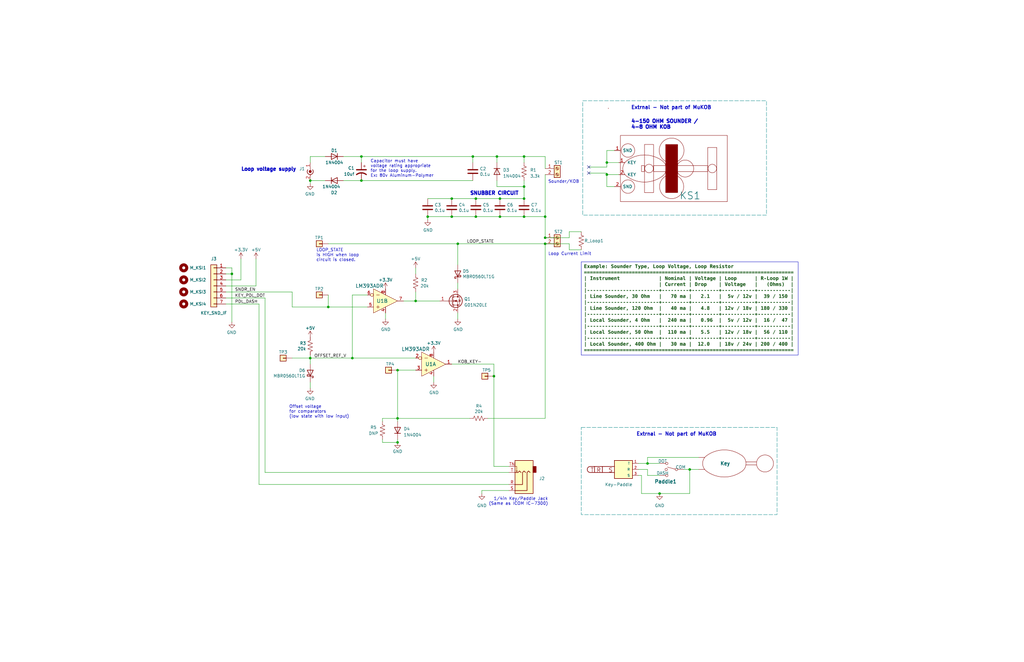
<source format=kicad_sch>
(kicad_sch (version 20230121) (generator eeschema)

  (uuid c58d90c2-85f3-4e69-91d5-1bcb030f2211)

  (paper "B")

  (title_block
    (title "MuKOB - Key/Paddle & Sounder")
    (date "2023-05-25")
    (rev "1")
    (company "Silky-Design (AESilky)")
    (comment 1 "Copyright 2023 AESilky")
    (comment 4 "Ref: PiKOB Prototype Hat; Gregory Raven (2022)")
  )

  (lib_symbols
    (symbol "Audio-Plug-TRS:SP-TRS" (pin_names (offset 1.016)) (in_bom yes) (on_board yes)
      (property "Reference" "J-SP" (at 3.81 3.81 0)
        (effects (font (size 1.27 1.27)) (justify left bottom))
      )
      (property "Value" "SP-TRS" (at 2.54 -5.08 0)
        (effects (font (size 1.27 1.27)) (justify left top))
      )
      (property "Footprint" "" (at 2.54 0 0)
        (effects (font (size 1.27 1.27)) (justify bottom) hide)
      )
      (property "Datasheet" "" (at 2.54 0 0)
        (effects (font (size 1.27 1.27)) hide)
      )
      (property "PARTREV" "" (at 2.54 0 0)
        (effects (font (size 1.27 1.27)) (justify bottom) hide)
      )
      (property "MANUFACTURER" "" (at 2.54 0 0)
        (effects (font (size 1.27 1.27)) (justify bottom) hide)
      )
      (property "MAXIMUM_PACKAGE_HEIGHT" "" (at 2.54 0 0)
        (effects (font (size 1.27 1.27)) (justify bottom) hide)
      )
      (property "STANDARD" "" (at 2.54 0 0)
        (effects (font (size 1.27 1.27)) (justify bottom) hide)
      )
      (symbol "SP-TRS_0_0"
        (polyline
          (pts
            (xy 10.16 -1.27)
            (xy 20.32 -1.27)
          )
          (stroke (width 0.254) (type default))
          (fill (type none))
        )
        (polyline
          (pts
            (xy 10.16 1.27)
            (xy 20.32 1.27)
          )
          (stroke (width 0.254) (type default))
          (fill (type none))
        )
        (rectangle (start 2.54 3.81) (end 10.16 -3.81)
          (stroke (width 0.254) (type default))
          (fill (type background))
        )
        (arc (start 20.4496 -1.27) (mid 21.5966 0) (end 20.4496 1.27)
          (stroke (width 0.254) (type default))
          (fill (type none))
        )
        (text "R" (at 17.78 -1.27 0)
          (effects (font (size 1.778 1.778)) (justify right bottom))
        )
        (text "S" (at 12.7 -1.27 0)
          (effects (font (size 1.778 1.778)) (justify right bottom))
        )
        (text "T" (at 20.32 -1.27 0)
          (effects (font (size 1.778 1.778)) (justify right bottom))
        )
        (pin passive line (at 0 2.54 0) (length 2.54)
          (name "T" (effects (font (size 1.016 1.016))))
          (number "1" (effects (font (size 1.016 1.016))))
        )
        (pin passive line (at 0 0 0) (length 2.54)
          (name "R" (effects (font (size 1.016 1.016))))
          (number "2" (effects (font (size 1.016 1.016))))
        )
        (pin passive line (at 0 -2.54 0) (length 2.54)
          (name "S" (effects (font (size 1.016 1.016))))
          (number "3" (effects (font (size 1.016 1.016))))
        )
      )
      (symbol "SP-TRS_1_0"
        (polyline
          (pts
            (xy 15.24 1.27)
            (xy 15.24 -1.27)
          )
          (stroke (width 0.254) (type default))
          (fill (type outline))
        )
      )
      (symbol "SP-TRS_1_1"
        (polyline
          (pts
            (xy 18.5484 -1.229)
            (xy 18.5484 1.311)
          )
          (stroke (width 0.254) (type default))
          (fill (type outline))
        )
      )
    )
    (symbol "Connector:Conn_Coaxial_Power" (pin_names (offset 1.016) hide) (in_bom yes) (on_board yes)
      (property "Reference" "J" (at -5.08 -1.27 90)
        (effects (font (size 1.27 1.27)))
      )
      (property "Value" "Conn_Coaxial_Power" (at -3.175 -1.27 90)
        (effects (font (size 1.27 1.27)))
      )
      (property "Footprint" "" (at 0 -1.27 0)
        (effects (font (size 1.27 1.27)) hide)
      )
      (property "Datasheet" "~" (at 0 -1.27 0)
        (effects (font (size 1.27 1.27)) hide)
      )
      (property "ki_keywords" "BNC SMA SMB SMC LEMO coaxial connector CINCH RCA" (at 0 0 0)
        (effects (font (size 1.27 1.27)) hide)
      )
      (property "ki_description" "coaxial connector (BNC, SMA, SMB, SMC, Cinch/RCA, LEMO, ...)" (at 0 0 0)
        (effects (font (size 1.27 1.27)) hide)
      )
      (property "ki_fp_filters" "*BNC* *SMA* *SMB* *SMC* *Cinch* *LEMO*" (at 0 0 0)
        (effects (font (size 1.27 1.27)) hide)
      )
      (symbol "Conn_Coaxial_Power_0_1"
        (arc (start -1.27 -1.27) (mid 0 -2.5345) (end 1.27 -1.27)
          (stroke (width 0.254) (type default))
          (fill (type none))
        )
        (arc (start -1.016 -0.508) (mid -1.2048 -0.8684) (end -1.27 -1.27)
          (stroke (width 0.254) (type default))
          (fill (type none))
        )
        (circle (center 0 -1.27) (radius 0.508)
          (stroke (width 0.2032) (type default))
          (fill (type outline))
        )
        (polyline
          (pts
            (xy 0 -2.54)
            (xy 0 -3.048)
          )
          (stroke (width 0) (type default))
          (fill (type none))
        )
        (polyline
          (pts
            (xy 0 0)
            (xy 0 -1.27)
          )
          (stroke (width 0) (type default))
          (fill (type none))
        )
        (arc (start 1.27 -1.27) (mid 1.2048 -0.8684) (end 1.016 -0.508)
          (stroke (width 0.254) (type default))
          (fill (type none))
        )
      )
      (symbol "Conn_Coaxial_Power_1_1"
        (pin passive line (at 0 2.54 270) (length 2.54)
          (name "In" (effects (font (size 1.27 1.27))))
          (number "1" (effects (font (size 1.27 1.27))))
        )
        (pin passive line (at 0 -5.08 90) (length 2.54)
          (name "Ext" (effects (font (size 1.27 1.27))))
          (number "2" (effects (font (size 1.27 1.27))))
        )
      )
    )
    (symbol "Connector:Screw_Terminal_01x02" (pin_names (offset 1.016) hide) (in_bom yes) (on_board yes)
      (property "Reference" "J" (at 0 2.54 0)
        (effects (font (size 1.27 1.27)))
      )
      (property "Value" "Screw_Terminal_01x02" (at 0 -5.08 0)
        (effects (font (size 1.27 1.27)))
      )
      (property "Footprint" "" (at 0 0 0)
        (effects (font (size 1.27 1.27)) hide)
      )
      (property "Datasheet" "~" (at 0 0 0)
        (effects (font (size 1.27 1.27)) hide)
      )
      (property "ki_keywords" "screw terminal" (at 0 0 0)
        (effects (font (size 1.27 1.27)) hide)
      )
      (property "ki_description" "Generic screw terminal, single row, 01x02, script generated (kicad-library-utils/schlib/autogen/connector/)" (at 0 0 0)
        (effects (font (size 1.27 1.27)) hide)
      )
      (property "ki_fp_filters" "TerminalBlock*:*" (at 0 0 0)
        (effects (font (size 1.27 1.27)) hide)
      )
      (symbol "Screw_Terminal_01x02_1_1"
        (rectangle (start -1.27 1.27) (end 1.27 -3.81)
          (stroke (width 0.254) (type default))
          (fill (type background))
        )
        (circle (center 0 -2.54) (radius 0.635)
          (stroke (width 0.1524) (type default))
          (fill (type none))
        )
        (polyline
          (pts
            (xy -0.5334 -2.2098)
            (xy 0.3302 -3.048)
          )
          (stroke (width 0.1524) (type default))
          (fill (type none))
        )
        (polyline
          (pts
            (xy -0.5334 0.3302)
            (xy 0.3302 -0.508)
          )
          (stroke (width 0.1524) (type default))
          (fill (type none))
        )
        (polyline
          (pts
            (xy -0.3556 -2.032)
            (xy 0.508 -2.8702)
          )
          (stroke (width 0.1524) (type default))
          (fill (type none))
        )
        (polyline
          (pts
            (xy -0.3556 0.508)
            (xy 0.508 -0.3302)
          )
          (stroke (width 0.1524) (type default))
          (fill (type none))
        )
        (circle (center 0 0) (radius 0.635)
          (stroke (width 0.1524) (type default))
          (fill (type none))
        )
        (pin passive line (at -5.08 0 0) (length 3.81)
          (name "Pin_1" (effects (font (size 1.27 1.27))))
          (number "1" (effects (font (size 1.27 1.27))))
        )
        (pin passive line (at -5.08 -2.54 0) (length 3.81)
          (name "Pin_2" (effects (font (size 1.27 1.27))))
          (number "2" (effects (font (size 1.27 1.27))))
        )
      )
    )
    (symbol "Connector_Audio:AudioJack3_SwitchT" (in_bom yes) (on_board yes)
      (property "Reference" "J" (at 0 8.89 0)
        (effects (font (size 1.27 1.27)))
      )
      (property "Value" "AudioJack3_SwitchT" (at 0 6.35 0)
        (effects (font (size 1.27 1.27)))
      )
      (property "Footprint" "" (at 0 0 0)
        (effects (font (size 1.27 1.27)) hide)
      )
      (property "Datasheet" "~" (at 0 0 0)
        (effects (font (size 1.27 1.27)) hide)
      )
      (property "ki_keywords" "audio jack receptacle stereo headphones phones TRS connector" (at 0 0 0)
        (effects (font (size 1.27 1.27)) hide)
      )
      (property "ki_description" "Audio Jack, 3 Poles (Stereo / TRS), Switched T Pole (Normalling)" (at 0 0 0)
        (effects (font (size 1.27 1.27)) hide)
      )
      (property "ki_fp_filters" "Jack*" (at 0 0 0)
        (effects (font (size 1.27 1.27)) hide)
      )
      (symbol "AudioJack3_SwitchT_0_1"
        (rectangle (start -5.08 -5.08) (end -6.35 -7.62)
          (stroke (width 0.254) (type default))
          (fill (type outline))
        )
        (polyline
          (pts
            (xy 1.778 -5.334)
            (xy 2.032 -5.842)
          )
          (stroke (width 0) (type default))
          (fill (type none))
        )
        (polyline
          (pts
            (xy 0 -5.08)
            (xy 0.635 -5.715)
            (xy 1.27 -5.08)
            (xy 2.54 -5.08)
          )
          (stroke (width 0.254) (type default))
          (fill (type none))
        )
        (polyline
          (pts
            (xy 2.54 -7.62)
            (xy 1.778 -7.62)
            (xy 1.778 -5.334)
            (xy 1.524 -5.842)
          )
          (stroke (width 0) (type default))
          (fill (type none))
        )
        (polyline
          (pts
            (xy -1.905 -5.08)
            (xy -1.27 -5.715)
            (xy -0.635 -5.08)
            (xy -0.635 0)
            (xy 2.54 0)
          )
          (stroke (width 0.254) (type default))
          (fill (type none))
        )
        (polyline
          (pts
            (xy 2.54 2.54)
            (xy -2.54 2.54)
            (xy -2.54 -5.08)
            (xy -3.175 -5.715)
            (xy -3.81 -5.08)
          )
          (stroke (width 0.254) (type default))
          (fill (type none))
        )
        (rectangle (start 2.54 3.81) (end -5.08 -10.16)
          (stroke (width 0.254) (type default))
          (fill (type background))
        )
      )
      (symbol "AudioJack3_SwitchT_1_1"
        (pin passive line (at 5.08 0 180) (length 2.54)
          (name "~" (effects (font (size 1.27 1.27))))
          (number "R" (effects (font (size 1.27 1.27))))
        )
        (pin passive line (at 5.08 2.54 180) (length 2.54)
          (name "~" (effects (font (size 1.27 1.27))))
          (number "S" (effects (font (size 1.27 1.27))))
        )
        (pin passive line (at 5.08 -5.08 180) (length 2.54)
          (name "~" (effects (font (size 1.27 1.27))))
          (number "T" (effects (font (size 1.27 1.27))))
        )
        (pin passive line (at 5.08 -7.62 180) (length 2.54)
          (name "~" (effects (font (size 1.27 1.27))))
          (number "TN" (effects (font (size 1.27 1.27))))
        )
      )
    )
    (symbol "Connector_Generic:Conn_01x07" (pin_names (offset 1.016) hide) (in_bom yes) (on_board yes)
      (property "Reference" "J" (at 0 10.16 0)
        (effects (font (size 1.27 1.27)))
      )
      (property "Value" "Conn_01x07" (at 0 -10.16 0)
        (effects (font (size 1.27 1.27)))
      )
      (property "Footprint" "" (at 0 0 0)
        (effects (font (size 1.27 1.27)) hide)
      )
      (property "Datasheet" "~" (at 0 0 0)
        (effects (font (size 1.27 1.27)) hide)
      )
      (property "ki_keywords" "connector" (at 0 0 0)
        (effects (font (size 1.27 1.27)) hide)
      )
      (property "ki_description" "Generic connector, single row, 01x07, script generated (kicad-library-utils/schlib/autogen/connector/)" (at 0 0 0)
        (effects (font (size 1.27 1.27)) hide)
      )
      (property "ki_fp_filters" "Connector*:*_1x??_*" (at 0 0 0)
        (effects (font (size 1.27 1.27)) hide)
      )
      (symbol "Conn_01x07_1_1"
        (rectangle (start -1.27 -7.493) (end 0 -7.747)
          (stroke (width 0.1524) (type default))
          (fill (type none))
        )
        (rectangle (start -1.27 -4.953) (end 0 -5.207)
          (stroke (width 0.1524) (type default))
          (fill (type none))
        )
        (rectangle (start -1.27 -2.413) (end 0 -2.667)
          (stroke (width 0.1524) (type default))
          (fill (type none))
        )
        (rectangle (start -1.27 0.127) (end 0 -0.127)
          (stroke (width 0.1524) (type default))
          (fill (type none))
        )
        (rectangle (start -1.27 2.667) (end 0 2.413)
          (stroke (width 0.1524) (type default))
          (fill (type none))
        )
        (rectangle (start -1.27 5.207) (end 0 4.953)
          (stroke (width 0.1524) (type default))
          (fill (type none))
        )
        (rectangle (start -1.27 7.747) (end 0 7.493)
          (stroke (width 0.1524) (type default))
          (fill (type none))
        )
        (rectangle (start -1.27 8.89) (end 1.27 -8.89)
          (stroke (width 0.254) (type default))
          (fill (type background))
        )
        (pin passive line (at -5.08 7.62 0) (length 3.81)
          (name "Pin_1" (effects (font (size 1.27 1.27))))
          (number "1" (effects (font (size 1.27 1.27))))
        )
        (pin passive line (at -5.08 5.08 0) (length 3.81)
          (name "Pin_2" (effects (font (size 1.27 1.27))))
          (number "2" (effects (font (size 1.27 1.27))))
        )
        (pin passive line (at -5.08 2.54 0) (length 3.81)
          (name "Pin_3" (effects (font (size 1.27 1.27))))
          (number "3" (effects (font (size 1.27 1.27))))
        )
        (pin passive line (at -5.08 0 0) (length 3.81)
          (name "Pin_4" (effects (font (size 1.27 1.27))))
          (number "4" (effects (font (size 1.27 1.27))))
        )
        (pin passive line (at -5.08 -2.54 0) (length 3.81)
          (name "Pin_5" (effects (font (size 1.27 1.27))))
          (number "5" (effects (font (size 1.27 1.27))))
        )
        (pin passive line (at -5.08 -5.08 0) (length 3.81)
          (name "Pin_6" (effects (font (size 1.27 1.27))))
          (number "6" (effects (font (size 1.27 1.27))))
        )
        (pin passive line (at -5.08 -7.62 0) (length 3.81)
          (name "Pin_7" (effects (font (size 1.27 1.27))))
          (number "7" (effects (font (size 1.27 1.27))))
        )
      )
    )
    (symbol "Device:C" (pin_numbers hide) (pin_names (offset 0.254)) (in_bom yes) (on_board yes)
      (property "Reference" "C" (at 0.635 2.54 0)
        (effects (font (size 1.27 1.27)) (justify left))
      )
      (property "Value" "C" (at 0.635 -2.54 0)
        (effects (font (size 1.27 1.27)) (justify left))
      )
      (property "Footprint" "" (at 0.9652 -3.81 0)
        (effects (font (size 1.27 1.27)) hide)
      )
      (property "Datasheet" "~" (at 0 0 0)
        (effects (font (size 1.27 1.27)) hide)
      )
      (property "ki_keywords" "cap capacitor" (at 0 0 0)
        (effects (font (size 1.27 1.27)) hide)
      )
      (property "ki_description" "Unpolarized capacitor" (at 0 0 0)
        (effects (font (size 1.27 1.27)) hide)
      )
      (property "ki_fp_filters" "C_*" (at 0 0 0)
        (effects (font (size 1.27 1.27)) hide)
      )
      (symbol "C_0_1"
        (polyline
          (pts
            (xy -2.032 -0.762)
            (xy 2.032 -0.762)
          )
          (stroke (width 0.508) (type default))
          (fill (type none))
        )
        (polyline
          (pts
            (xy -2.032 0.762)
            (xy 2.032 0.762)
          )
          (stroke (width 0.508) (type default))
          (fill (type none))
        )
      )
      (symbol "C_1_1"
        (pin passive line (at 0 3.81 270) (length 2.794)
          (name "~" (effects (font (size 1.27 1.27))))
          (number "1" (effects (font (size 1.27 1.27))))
        )
        (pin passive line (at 0 -3.81 90) (length 2.794)
          (name "~" (effects (font (size 1.27 1.27))))
          (number "2" (effects (font (size 1.27 1.27))))
        )
      )
    )
    (symbol "Device:C_Polarized_US" (pin_numbers hide) (pin_names (offset 0.254) hide) (in_bom yes) (on_board yes)
      (property "Reference" "C" (at 0.635 2.54 0)
        (effects (font (size 1.27 1.27)) (justify left))
      )
      (property "Value" "C_Polarized_US" (at 0.635 -2.54 0)
        (effects (font (size 1.27 1.27)) (justify left))
      )
      (property "Footprint" "" (at 0 0 0)
        (effects (font (size 1.27 1.27)) hide)
      )
      (property "Datasheet" "~" (at 0 0 0)
        (effects (font (size 1.27 1.27)) hide)
      )
      (property "ki_keywords" "cap capacitor" (at 0 0 0)
        (effects (font (size 1.27 1.27)) hide)
      )
      (property "ki_description" "Polarized capacitor, US symbol" (at 0 0 0)
        (effects (font (size 1.27 1.27)) hide)
      )
      (property "ki_fp_filters" "CP_*" (at 0 0 0)
        (effects (font (size 1.27 1.27)) hide)
      )
      (symbol "C_Polarized_US_0_1"
        (polyline
          (pts
            (xy -2.032 0.762)
            (xy 2.032 0.762)
          )
          (stroke (width 0.508) (type default))
          (fill (type none))
        )
        (polyline
          (pts
            (xy -1.778 2.286)
            (xy -0.762 2.286)
          )
          (stroke (width 0) (type default))
          (fill (type none))
        )
        (polyline
          (pts
            (xy -1.27 1.778)
            (xy -1.27 2.794)
          )
          (stroke (width 0) (type default))
          (fill (type none))
        )
        (arc (start 2.032 -1.27) (mid 0 -0.5572) (end -2.032 -1.27)
          (stroke (width 0.508) (type default))
          (fill (type none))
        )
      )
      (symbol "C_Polarized_US_1_1"
        (pin passive line (at 0 3.81 270) (length 2.794)
          (name "~" (effects (font (size 1.27 1.27))))
          (number "1" (effects (font (size 1.27 1.27))))
        )
        (pin passive line (at 0 -3.81 90) (length 3.302)
          (name "~" (effects (font (size 1.27 1.27))))
          (number "2" (effects (font (size 1.27 1.27))))
        )
      )
    )
    (symbol "Device:R_US" (pin_numbers hide) (pin_names (offset 0)) (in_bom yes) (on_board yes)
      (property "Reference" "R" (at 2.54 0 90)
        (effects (font (size 1.27 1.27)))
      )
      (property "Value" "R_US" (at -2.54 0 90)
        (effects (font (size 1.27 1.27)))
      )
      (property "Footprint" "" (at 1.016 -0.254 90)
        (effects (font (size 1.27 1.27)) hide)
      )
      (property "Datasheet" "~" (at 0 0 0)
        (effects (font (size 1.27 1.27)) hide)
      )
      (property "ki_keywords" "R res resistor" (at 0 0 0)
        (effects (font (size 1.27 1.27)) hide)
      )
      (property "ki_description" "Resistor, US symbol" (at 0 0 0)
        (effects (font (size 1.27 1.27)) hide)
      )
      (property "ki_fp_filters" "R_*" (at 0 0 0)
        (effects (font (size 1.27 1.27)) hide)
      )
      (symbol "R_US_0_1"
        (polyline
          (pts
            (xy 0 -2.286)
            (xy 0 -2.54)
          )
          (stroke (width 0) (type default))
          (fill (type none))
        )
        (polyline
          (pts
            (xy 0 2.286)
            (xy 0 2.54)
          )
          (stroke (width 0) (type default))
          (fill (type none))
        )
        (polyline
          (pts
            (xy 0 -0.762)
            (xy 1.016 -1.143)
            (xy 0 -1.524)
            (xy -1.016 -1.905)
            (xy 0 -2.286)
          )
          (stroke (width 0) (type default))
          (fill (type none))
        )
        (polyline
          (pts
            (xy 0 0.762)
            (xy 1.016 0.381)
            (xy 0 0)
            (xy -1.016 -0.381)
            (xy 0 -0.762)
          )
          (stroke (width 0) (type default))
          (fill (type none))
        )
        (polyline
          (pts
            (xy 0 2.286)
            (xy 1.016 1.905)
            (xy 0 1.524)
            (xy -1.016 1.143)
            (xy 0 0.762)
          )
          (stroke (width 0) (type default))
          (fill (type none))
        )
      )
      (symbol "R_US_1_1"
        (pin passive line (at 0 3.81 270) (length 1.27)
          (name "~" (effects (font (size 1.27 1.27))))
          (number "1" (effects (font (size 1.27 1.27))))
        )
        (pin passive line (at 0 -3.81 90) (length 1.27)
          (name "~" (effects (font (size 1.27 1.27))))
          (number "2" (effects (font (size 1.27 1.27))))
        )
      )
    )
    (symbol "Diode:1N4004" (pin_numbers hide) (pin_names (offset 1.016) hide) (in_bom yes) (on_board yes)
      (property "Reference" "D" (at 0 2.54 0)
        (effects (font (size 1.27 1.27)))
      )
      (property "Value" "1N4004" (at 0 -2.54 0)
        (effects (font (size 1.27 1.27)))
      )
      (property "Footprint" "Diode_THT:D_DO-41_SOD81_P10.16mm_Horizontal" (at 0 -4.445 0)
        (effects (font (size 1.27 1.27)) hide)
      )
      (property "Datasheet" "http://www.vishay.com/docs/88503/1n4001.pdf" (at 0 0 0)
        (effects (font (size 1.27 1.27)) hide)
      )
      (property "ki_keywords" "diode" (at 0 0 0)
        (effects (font (size 1.27 1.27)) hide)
      )
      (property "ki_description" "400V 1A General Purpose Rectifier Diode, DO-41" (at 0 0 0)
        (effects (font (size 1.27 1.27)) hide)
      )
      (property "ki_fp_filters" "D*DO?41*" (at 0 0 0)
        (effects (font (size 1.27 1.27)) hide)
      )
      (symbol "1N4004_0_1"
        (polyline
          (pts
            (xy -1.27 1.27)
            (xy -1.27 -1.27)
          )
          (stroke (width 0.254) (type default))
          (fill (type none))
        )
        (polyline
          (pts
            (xy 1.27 0)
            (xy -1.27 0)
          )
          (stroke (width 0) (type default))
          (fill (type none))
        )
        (polyline
          (pts
            (xy 1.27 1.27)
            (xy 1.27 -1.27)
            (xy -1.27 0)
            (xy 1.27 1.27)
          )
          (stroke (width 0.254) (type default))
          (fill (type none))
        )
      )
      (symbol "1N4004_1_1"
        (pin passive line (at -3.81 0 0) (length 2.54)
          (name "K" (effects (font (size 1.27 1.27))))
          (number "1" (effects (font (size 1.27 1.27))))
        )
        (pin passive line (at 3.81 0 180) (length 2.54)
          (name "A" (effects (font (size 1.27 1.27))))
          (number "2" (effects (font (size 1.27 1.27))))
        )
      )
    )
    (symbol "Diode:MBR0560" (pin_numbers hide) (pin_names (offset 1.016) hide) (in_bom yes) (on_board yes)
      (property "Reference" "D" (at 0 2.54 0)
        (effects (font (size 1.27 1.27)))
      )
      (property "Value" "MBR0560" (at 0 -2.54 0)
        (effects (font (size 1.27 1.27)))
      )
      (property "Footprint" "Diode_SMD:D_SOD-123" (at 0 -4.445 0)
        (effects (font (size 1.27 1.27)) hide)
      )
      (property "Datasheet" "http://www.mccsemi.com/up_pdf/MBR0520~MBR0580(SOD123).pdf" (at 0 0 0)
        (effects (font (size 1.27 1.27)) hide)
      )
      (property "ki_keywords" "diode Schottky" (at 0 0 0)
        (effects (font (size 1.27 1.27)) hide)
      )
      (property "ki_description" "60V 0.5A Schottky Power Rectifier Diode, SOD-123" (at 0 0 0)
        (effects (font (size 1.27 1.27)) hide)
      )
      (property "ki_fp_filters" "D*SOD?123*" (at 0 0 0)
        (effects (font (size 1.27 1.27)) hide)
      )
      (symbol "MBR0560_0_1"
        (polyline
          (pts
            (xy 1.27 0)
            (xy -1.27 0)
          )
          (stroke (width 0) (type default))
          (fill (type none))
        )
        (polyline
          (pts
            (xy 1.27 1.27)
            (xy 1.27 -1.27)
            (xy -1.27 0)
            (xy 1.27 1.27)
          )
          (stroke (width 0.254) (type default))
          (fill (type none))
        )
        (polyline
          (pts
            (xy -1.905 0.635)
            (xy -1.905 1.27)
            (xy -1.27 1.27)
            (xy -1.27 -1.27)
            (xy -0.635 -1.27)
            (xy -0.635 -0.635)
          )
          (stroke (width 0.254) (type default))
          (fill (type none))
        )
      )
      (symbol "MBR0560_1_1"
        (pin passive line (at -3.81 0 0) (length 2.54)
          (name "K" (effects (font (size 1.27 1.27))))
          (number "1" (effects (font (size 1.27 1.27))))
        )
        (pin passive line (at 3.81 0 180) (length 2.54)
          (name "A" (effects (font (size 1.27 1.27))))
          (number "2" (effects (font (size 1.27 1.27))))
        )
      )
    )
    (symbol "GND_1" (power) (pin_names (offset 0)) (in_bom yes) (on_board yes)
      (property "Reference" "#PWR" (at 0 -6.35 0)
        (effects (font (size 1.27 1.27)) hide)
      )
      (property "Value" "GND_1" (at 0 -3.81 0)
        (effects (font (size 1.27 1.27)))
      )
      (property "Footprint" "" (at 0 0 0)
        (effects (font (size 1.27 1.27)) hide)
      )
      (property "Datasheet" "" (at 0 0 0)
        (effects (font (size 1.27 1.27)) hide)
      )
      (property "ki_keywords" "global power" (at 0 0 0)
        (effects (font (size 1.27 1.27)) hide)
      )
      (property "ki_description" "Power symbol creates a global label with name \"GND\" , ground" (at 0 0 0)
        (effects (font (size 1.27 1.27)) hide)
      )
      (symbol "GND_1_0_1"
        (polyline
          (pts
            (xy 0 0)
            (xy 0 -1.27)
            (xy 1.27 -1.27)
            (xy 0 -2.54)
            (xy -1.27 -1.27)
            (xy 0 -1.27)
          )
          (stroke (width 0) (type default))
          (fill (type none))
        )
      )
      (symbol "GND_1_1_1"
        (pin power_in line (at 0 0 270) (length 0) hide
          (name "GND" (effects (font (size 1.27 1.27))))
          (number "1" (effects (font (size 1.27 1.27))))
        )
      )
    )
    (symbol "GND_2" (power) (pin_names (offset 0)) (in_bom yes) (on_board yes)
      (property "Reference" "#PWR" (at 0 -6.35 0)
        (effects (font (size 1.27 1.27)) hide)
      )
      (property "Value" "GND_2" (at 0 -3.81 0)
        (effects (font (size 1.27 1.27)))
      )
      (property "Footprint" "" (at 0 0 0)
        (effects (font (size 1.27 1.27)) hide)
      )
      (property "Datasheet" "" (at 0 0 0)
        (effects (font (size 1.27 1.27)) hide)
      )
      (property "ki_keywords" "global power" (at 0 0 0)
        (effects (font (size 1.27 1.27)) hide)
      )
      (property "ki_description" "Power symbol creates a global label with name \"GND\" , ground" (at 0 0 0)
        (effects (font (size 1.27 1.27)) hide)
      )
      (symbol "GND_2_0_1"
        (polyline
          (pts
            (xy 0 0)
            (xy 0 -1.27)
            (xy 1.27 -1.27)
            (xy 0 -2.54)
            (xy -1.27 -1.27)
            (xy 0 -1.27)
          )
          (stroke (width 0) (type default))
          (fill (type none))
        )
      )
      (symbol "GND_2_1_1"
        (pin power_in line (at 0 0 270) (length 0) hide
          (name "GND" (effects (font (size 1.27 1.27))))
          (number "1" (effects (font (size 1.27 1.27))))
        )
      )
    )
    (symbol "Key-Telegraph_1" (pin_numbers hide) (pin_names (offset 1.016) hide) (in_bom yes) (on_board yes)
      (property "Reference" "U" (at -2.159 -3.683 0)
        (effects (font (size 2.9972 2.9972)))
      )
      (property "Value" "Key-Telegraph" (at -0.635 0.127 0)
        (effects (font (size 2.9972 2.9972)))
      )
      (property "Footprint" "" (at -0.635 0.127 0)
        (effects (font (size 2.9972 2.9972)) hide)
      )
      (property "Datasheet" "" (at -0.635 0.127 0)
        (effects (font (size 2.9972 2.9972)) hide)
      )
      (symbol "Key-Telegraph_1_0_1"
        (arc (start -8.255 -3.175) (mid -0.635 -5.715) (end 6.985 -3.175)
          (stroke (width 0) (type default))
          (fill (type none))
        )
        (arc (start -8.255 3.175) (mid -9.781 0) (end -8.255 -3.175)
          (stroke (width 0) (type default))
          (fill (type none))
        )
        (polyline
          (pts
            (xy 12.827 -0.635)
            (xy 8.509 -0.635)
          )
          (stroke (width 0) (type default))
          (fill (type none))
        )
        (polyline
          (pts
            (xy 8.509 0.635)
            (xy 12.827 0.635)
            (xy 12.7 0.635)
          )
          (stroke (width 0) (type default))
          (fill (type none))
        )
        (circle (center 16.51 0) (radius 3.5814)
          (stroke (width 0) (type default))
          (fill (type none))
        )
      )
      (symbol "Key-Telegraph_1_1_1"
        (arc (start 6.985 -3.175) (mid 8.511 0) (end 6.985 3.175)
          (stroke (width 0) (type default))
          (fill (type none))
        )
        (arc (start 6.985 3.175) (mid -0.635 5.715) (end -8.255 3.175)
          (stroke (width 0) (type default))
          (fill (type none))
        )
        (pin input line (at -11.43 2.54 0) (length 2.54)
          (name "KEY" (effects (font (size 1.27 1.27))))
          (number "1" (effects (font (size 1.27 1.27))))
        )
        (pin input line (at -11.43 -2.54 0) (length 2.54)
          (name "KEY" (effects (font (size 1.27 1.27))))
          (number "2" (effects (font (size 1.27 1.27))))
        )
      )
    )
    (symbol "LM393DR-dk_Linear-Comparators_1" (pin_names (offset 0) hide) (in_bom yes) (on_board yes)
      (property "Reference" "U" (at -3.81 6.35 0)
        (effects (font (size 1.524 1.524)))
      )
      (property "Value" "LM393DR-dk_Linear-Comparators" (at 2.54 -5.08 0)
        (effects (font (size 1.524 1.524)) (justify left))
      )
      (property "Footprint" "digikey-footprints:SOIC-8_W3.9mm" (at 5.08 5.08 0)
        (effects (font (size 1.524 1.524)) (justify left) hide)
      )
      (property "Datasheet" "http://www.ti.com/general/docs/suppproductinfo.tsp?distId=10&gotoUrl=http%3A%2F%2Fwww.ti.com%2Flit%2Fgpn%2Flm193" (at 5.08 7.62 0)
        (effects (font (size 1.524 1.524)) (justify left) hide)
      )
      (property "Digi-Key_PN" "296-1015-1-ND" (at 5.08 10.16 0)
        (effects (font (size 1.524 1.524)) (justify left) hide)
      )
      (property "MPN" "LM393DR" (at 5.08 12.7 0)
        (effects (font (size 1.524 1.524)) (justify left) hide)
      )
      (property "Category" "Integrated Circuits (ICs)" (at 5.08 15.24 0)
        (effects (font (size 1.524 1.524)) (justify left) hide)
      )
      (property "Family" "Linear - Comparators" (at 5.08 17.78 0)
        (effects (font (size 1.524 1.524)) (justify left) hide)
      )
      (property "DK_Datasheet_Link" "http://www.ti.com/general/docs/suppproductinfo.tsp?distId=10&gotoUrl=http%3A%2F%2Fwww.ti.com%2Flit%2Fgpn%2Flm193" (at 5.08 20.32 0)
        (effects (font (size 1.524 1.524)) (justify left) hide)
      )
      (property "DK_Detail_Page" "/product-detail/en/texas-instruments/LM393DR/296-1015-1-ND/404839" (at 5.08 22.86 0)
        (effects (font (size 1.524 1.524)) (justify left) hide)
      )
      (property "Description" "IC DUAL DIFF COMP 8-SOIC" (at 5.08 25.4 0)
        (effects (font (size 1.524 1.524)) (justify left) hide)
      )
      (property "Manufacturer" "Texas Instruments" (at 5.08 27.94 0)
        (effects (font (size 1.524 1.524)) (justify left) hide)
      )
      (property "Status" "Active" (at 5.08 30.48 0)
        (effects (font (size 1.524 1.524)) (justify left) hide)
      )
      (property "ki_locked" "" (at 0 0 0)
        (effects (font (size 1.27 1.27)))
      )
      (symbol "LM393DR-dk_Linear-Comparators_1_0_1"
        (circle (center -5.715 2.54) (radius 0.635)
          (stroke (width 0) (type default))
          (fill (type background))
        )
        (polyline
          (pts
            (xy -3.81 -2.54)
            (xy -2.54 -2.54)
          )
          (stroke (width 0) (type default))
          (fill (type none))
        )
        (polyline
          (pts
            (xy -3.81 2.54)
            (xy -2.54 2.54)
          )
          (stroke (width 0) (type default))
          (fill (type none))
        )
        (polyline
          (pts
            (xy -3.175 -1.905)
            (xy -3.175 -3.175)
          )
          (stroke (width 0) (type default))
          (fill (type none))
        )
        (polyline
          (pts
            (xy -5.08 5.08)
            (xy -5.08 -5.08)
            (xy 5.08 0)
            (xy -5.08 5.08)
          )
          (stroke (width 0) (type default))
          (fill (type background))
        )
      )
      (symbol "LM393DR-dk_Linear-Comparators_1_1_1"
        (pin output line (at 7.62 0 180) (length 2.54)
          (name "1OUT" (effects (font (size 1.27 1.27))))
          (number "1" (effects (font (size 1.27 1.27))))
        )
        (pin input line (at -7.62 2.54 0) (length 1.27)
          (name "~" (effects (font (size 1.27 1.27))))
          (number "2" (effects (font (size 1.27 1.27))))
        )
        (pin input line (at -7.62 -2.54 0) (length 2.54)
          (name "~" (effects (font (size 1.27 1.27))))
          (number "3" (effects (font (size 1.27 1.27))))
        )
        (pin power_in line (at 0 -5.08 90) (length 2.54)
          (name "GND" (effects (font (size 1.27 1.27))))
          (number "4" (effects (font (size 1.27 1.27))))
        )
        (pin power_in line (at 0 5.08 270) (length 2.54)
          (name "VCC" (effects (font (size 1.27 1.27))))
          (number "8" (effects (font (size 1.27 1.27))))
        )
      )
      (symbol "LM393DR-dk_Linear-Comparators_1_2_1"
        (pin power_in line (at 0 -5.08 90) (length 2.54)
          (name "GND" (effects (font (size 1.27 1.27))))
          (number "4" (effects (font (size 1.27 1.27))))
        )
        (pin input line (at -7.62 -2.54 0) (length 2.54)
          (name "2IN+" (effects (font (size 1.27 1.27))))
          (number "5" (effects (font (size 1.27 1.27))))
        )
        (pin input line (at -7.62 2.54 0) (length 1.27)
          (name "2IN-" (effects (font (size 1.27 1.27))))
          (number "6" (effects (font (size 1.27 1.27))))
        )
        (pin output line (at 7.62 0 180) (length 2.54)
          (name "2OUT" (effects (font (size 1.27 1.27))))
          (number "7" (effects (font (size 1.27 1.27))))
        )
        (pin power_in line (at 0 5.08 270) (length 2.54)
          (name "VCC" (effects (font (size 1.27 1.27))))
          (number "8" (effects (font (size 1.27 1.27))))
        )
      )
    )
    (symbol "Mechanical:MountingHole" (pin_names (offset 1.016)) (in_bom yes) (on_board yes)
      (property "Reference" "H" (at 0 5.08 0)
        (effects (font (size 1.27 1.27)))
      )
      (property "Value" "MountingHole" (at 0 3.175 0)
        (effects (font (size 1.27 1.27)))
      )
      (property "Footprint" "" (at 0 0 0)
        (effects (font (size 1.27 1.27)) hide)
      )
      (property "Datasheet" "~" (at 0 0 0)
        (effects (font (size 1.27 1.27)) hide)
      )
      (property "ki_keywords" "mounting hole" (at 0 0 0)
        (effects (font (size 1.27 1.27)) hide)
      )
      (property "ki_description" "Mounting Hole without connection" (at 0 0 0)
        (effects (font (size 1.27 1.27)) hide)
      )
      (property "ki_fp_filters" "MountingHole*" (at 0 0 0)
        (effects (font (size 1.27 1.27)) hide)
      )
      (symbol "MountingHole_0_1"
        (circle (center 0 0) (radius 1.27)
          (stroke (width 1.27) (type default))
          (fill (type none))
        )
      )
    )
    (symbol "Switch:SW_SPDT_MSM" (pin_numbers hide) (pin_names (offset 0)) (in_bom yes) (on_board yes)
      (property "Reference" "Paddle" (at 1.27 -6.35 0)
        (effects (font (size 1.5 1.5)))
      )
      (property "Value" "PDL_EXT" (at 0.127 3.81 0)
        (effects (font (size 1.27 1.27)) hide)
      )
      (property "Footprint" "" (at 0 0 0)
        (effects (font (size 1.27 1.27)) hide)
      )
      (property "Datasheet" "~" (at 0 0 0)
        (effects (font (size 1.27 1.27)) hide)
      )
      (property "Sim.Enable" "0" (at 0 0 0)
        (effects (font (size 1.27 1.27)) hide)
      )
      (property "ki_keywords" "switch spdt single-pole double-throw ON-OFF-ON" (at 0 0 0)
        (effects (font (size 1.27 1.27)) hide)
      )
      (property "ki_description" "Switch, single pole double throw, center OFF position" (at 0 0 0)
        (effects (font (size 1.27 1.27)) hide)
      )
      (symbol "SW_SPDT_MSM_0_0"
        (circle (center -2.032 0) (radius 0.508)
          (stroke (width 0) (type default))
          (fill (type none))
        )
        (polyline
          (pts
            (xy -1.524 0.127)
            (xy 1.778 1.016)
          )
          (stroke (width 0) (type default))
          (fill (type none))
        )
        (circle (center 2.032 -2.54) (radius 0.508)
          (stroke (width 0) (type default))
          (fill (type none))
        )
      )
      (symbol "SW_SPDT_MSM_0_1"
        (circle (center 2.032 2.54) (radius 0.508)
          (stroke (width 0) (type default))
          (fill (type none))
        )
        (circle (center 2.286 0) (radius 0.508)
          (stroke (width 0) (type default))
          (fill (type none))
        )
      )
      (symbol "SW_SPDT_MSM_1_1"
        (pin passive line (at 5.08 2.54 180) (length 2.54)
          (name "DOT" (effects (font (size 1.27 1.27))))
          (number "1" (effects (font (size 1.27 1.27))))
        )
        (pin passive line (at -5.08 0 0) (length 2.54)
          (name "COM" (effects (font (size 1.27 1.27))))
          (number "2" (effects (font (size 1.27 1.27))))
        )
        (pin passive line (at 5.08 -2.54 180) (length 2.54)
          (name "DASH" (effects (font (size 1.27 1.27))))
          (number "3" (effects (font (size 1.27 1.27))))
        )
      )
    )
    (symbol "Test_point_Jump:TP_01" (pin_numbers hide) (pin_names (offset 0) hide) (in_bom yes) (on_board yes)
      (property "Reference" "TP" (at 0 2.54 0)
        (effects (font (size 1.27 1.27)))
      )
      (property "Value" "Test_Point_01" (at 0 -2.54 0)
        (effects (font (size 1.27 1.27)))
      )
      (property "Footprint" "" (at 0 0 0)
        (effects (font (size 1.27 1.27)) hide)
      )
      (property "Datasheet" "~" (at 0 0 0)
        (effects (font (size 1.27 1.27)) hide)
      )
      (property "ki_keywords" "testpoint" (at 0 0 0)
        (effects (font (size 1.27 1.27)) hide)
      )
      (property "ki_description" "Test point, single pin" (at 0 0 0)
        (effects (font (size 1.27 1.27)) hide)
      )
      (property "ki_fp_filters" "TP*:*_1_*" (at 0 0 0)
        (effects (font (size 1.27 1.27)) hide)
      )
      (symbol "TP_01_1_1"
        (rectangle (start -1.27 0.127) (end 0 -0.127)
          (stroke (width 0.1524) (type default))
          (fill (type none))
        )
        (rectangle (start -1.27 1.27) (end 1.27 -1.27)
          (stroke (width 0.254) (type default))
          (fill (type background))
        )
        (pin passive line (at -3.81 0 0) (length 3.81)
          (name "Pin_1" (effects (font (size 1.27 1.27))))
          (number "1" (effects (font (size 1.27 1.27))))
        )
      )
    )
    (symbol "Transistor_FET:2N7002" (pin_names hide) (in_bom yes) (on_board yes)
      (property "Reference" "Q" (at 5.08 1.905 0)
        (effects (font (size 1.27 1.27)) (justify left))
      )
      (property "Value" "2N7002" (at 5.08 0 0)
        (effects (font (size 1.27 1.27)) (justify left))
      )
      (property "Footprint" "Package_TO_SOT_SMD:SOT-23" (at 5.08 -1.905 0)
        (effects (font (size 1.27 1.27) italic) (justify left) hide)
      )
      (property "Datasheet" "https://www.onsemi.com/pub/Collateral/NDS7002A-D.PDF" (at 0 0 0)
        (effects (font (size 1.27 1.27)) (justify left) hide)
      )
      (property "ki_keywords" "N-Channel Switching MOSFET" (at 0 0 0)
        (effects (font (size 1.27 1.27)) hide)
      )
      (property "ki_description" "0.115A Id, 60V Vds, N-Channel MOSFET, SOT-23" (at 0 0 0)
        (effects (font (size 1.27 1.27)) hide)
      )
      (property "ki_fp_filters" "SOT?23*" (at 0 0 0)
        (effects (font (size 1.27 1.27)) hide)
      )
      (symbol "2N7002_0_1"
        (polyline
          (pts
            (xy 0.254 0)
            (xy -2.54 0)
          )
          (stroke (width 0) (type default))
          (fill (type none))
        )
        (polyline
          (pts
            (xy 0.254 1.905)
            (xy 0.254 -1.905)
          )
          (stroke (width 0.254) (type default))
          (fill (type none))
        )
        (polyline
          (pts
            (xy 0.762 -1.27)
            (xy 0.762 -2.286)
          )
          (stroke (width 0.254) (type default))
          (fill (type none))
        )
        (polyline
          (pts
            (xy 0.762 0.508)
            (xy 0.762 -0.508)
          )
          (stroke (width 0.254) (type default))
          (fill (type none))
        )
        (polyline
          (pts
            (xy 0.762 2.286)
            (xy 0.762 1.27)
          )
          (stroke (width 0.254) (type default))
          (fill (type none))
        )
        (polyline
          (pts
            (xy 2.54 2.54)
            (xy 2.54 1.778)
          )
          (stroke (width 0) (type default))
          (fill (type none))
        )
        (polyline
          (pts
            (xy 2.54 -2.54)
            (xy 2.54 0)
            (xy 0.762 0)
          )
          (stroke (width 0) (type default))
          (fill (type none))
        )
        (polyline
          (pts
            (xy 0.762 -1.778)
            (xy 3.302 -1.778)
            (xy 3.302 1.778)
            (xy 0.762 1.778)
          )
          (stroke (width 0) (type default))
          (fill (type none))
        )
        (polyline
          (pts
            (xy 1.016 0)
            (xy 2.032 0.381)
            (xy 2.032 -0.381)
            (xy 1.016 0)
          )
          (stroke (width 0) (type default))
          (fill (type outline))
        )
        (polyline
          (pts
            (xy 2.794 0.508)
            (xy 2.921 0.381)
            (xy 3.683 0.381)
            (xy 3.81 0.254)
          )
          (stroke (width 0) (type default))
          (fill (type none))
        )
        (polyline
          (pts
            (xy 3.302 0.381)
            (xy 2.921 -0.254)
            (xy 3.683 -0.254)
            (xy 3.302 0.381)
          )
          (stroke (width 0) (type default))
          (fill (type none))
        )
        (circle (center 1.651 0) (radius 2.794)
          (stroke (width 0.254) (type default))
          (fill (type none))
        )
        (circle (center 2.54 -1.778) (radius 0.254)
          (stroke (width 0) (type default))
          (fill (type outline))
        )
        (circle (center 2.54 1.778) (radius 0.254)
          (stroke (width 0) (type default))
          (fill (type outline))
        )
      )
      (symbol "2N7002_1_1"
        (pin input line (at -5.08 0 0) (length 2.54)
          (name "G" (effects (font (size 1.27 1.27))))
          (number "1" (effects (font (size 1.27 1.27))))
        )
        (pin passive line (at 2.54 -5.08 90) (length 2.54)
          (name "S" (effects (font (size 1.27 1.27))))
          (number "2" (effects (font (size 1.27 1.27))))
        )
        (pin passive line (at 2.54 5.08 270) (length 2.54)
          (name "D" (effects (font (size 1.27 1.27))))
          (number "3" (effects (font (size 1.27 1.27))))
        )
      )
    )
    (symbol "power:+3.3V" (power) (pin_names (offset 0)) (in_bom yes) (on_board yes)
      (property "Reference" "#PWR" (at 0 -3.81 0)
        (effects (font (size 1.27 1.27)) hide)
      )
      (property "Value" "+3.3V" (at 0 3.556 0)
        (effects (font (size 1.27 1.27)))
      )
      (property "Footprint" "" (at 0 0 0)
        (effects (font (size 1.27 1.27)) hide)
      )
      (property "Datasheet" "" (at 0 0 0)
        (effects (font (size 1.27 1.27)) hide)
      )
      (property "ki_keywords" "global power" (at 0 0 0)
        (effects (font (size 1.27 1.27)) hide)
      )
      (property "ki_description" "Power symbol creates a global label with name \"+3.3V\"" (at 0 0 0)
        (effects (font (size 1.27 1.27)) hide)
      )
      (symbol "+3.3V_0_1"
        (polyline
          (pts
            (xy -0.762 1.27)
            (xy 0 2.54)
          )
          (stroke (width 0) (type default))
          (fill (type none))
        )
        (polyline
          (pts
            (xy 0 0)
            (xy 0 2.54)
          )
          (stroke (width 0) (type default))
          (fill (type none))
        )
        (polyline
          (pts
            (xy 0 2.54)
            (xy 0.762 1.27)
          )
          (stroke (width 0) (type default))
          (fill (type none))
        )
      )
      (symbol "+3.3V_1_1"
        (pin power_in line (at 0 0 90) (length 0) hide
          (name "+3.3V" (effects (font (size 1.27 1.27))))
          (number "1" (effects (font (size 1.27 1.27))))
        )
      )
    )
    (symbol "power:+5V" (power) (pin_names (offset 0)) (in_bom yes) (on_board yes)
      (property "Reference" "#PWR" (at 0 -3.81 0)
        (effects (font (size 1.27 1.27)) hide)
      )
      (property "Value" "+5V" (at 0 3.556 0)
        (effects (font (size 1.27 1.27)))
      )
      (property "Footprint" "" (at 0 0 0)
        (effects (font (size 1.27 1.27)) hide)
      )
      (property "Datasheet" "" (at 0 0 0)
        (effects (font (size 1.27 1.27)) hide)
      )
      (property "ki_keywords" "global power" (at 0 0 0)
        (effects (font (size 1.27 1.27)) hide)
      )
      (property "ki_description" "Power symbol creates a global label with name \"+5V\"" (at 0 0 0)
        (effects (font (size 1.27 1.27)) hide)
      )
      (symbol "+5V_0_1"
        (polyline
          (pts
            (xy -0.762 1.27)
            (xy 0 2.54)
          )
          (stroke (width 0) (type default))
          (fill (type none))
        )
        (polyline
          (pts
            (xy 0 0)
            (xy 0 2.54)
          )
          (stroke (width 0) (type default))
          (fill (type none))
        )
        (polyline
          (pts
            (xy 0 2.54)
            (xy 0.762 1.27)
          )
          (stroke (width 0) (type default))
          (fill (type none))
        )
      )
      (symbol "+5V_1_1"
        (pin power_in line (at 0 0 90) (length 0) hide
          (name "+5V" (effects (font (size 1.27 1.27))))
          (number "1" (effects (font (size 1.27 1.27))))
        )
      )
    )
    (symbol "power:GND" (power) (pin_names (offset 0)) (in_bom yes) (on_board yes)
      (property "Reference" "#PWR" (at 0 -6.35 0)
        (effects (font (size 1.27 1.27)) hide)
      )
      (property "Value" "GND" (at 0 -3.81 0)
        (effects (font (size 1.27 1.27)))
      )
      (property "Footprint" "" (at 0 0 0)
        (effects (font (size 1.27 1.27)) hide)
      )
      (property "Datasheet" "" (at 0 0 0)
        (effects (font (size 1.27 1.27)) hide)
      )
      (property "ki_keywords" "power-flag" (at 0 0 0)
        (effects (font (size 1.27 1.27)) hide)
      )
      (property "ki_description" "Power symbol creates a global label with name \"GND\" , ground" (at 0 0 0)
        (effects (font (size 1.27 1.27)) hide)
      )
      (symbol "GND_0_1"
        (polyline
          (pts
            (xy 0 0)
            (xy 0 -1.27)
            (xy 1.27 -1.27)
            (xy 0 -2.54)
            (xy -1.27 -1.27)
            (xy 0 -1.27)
          )
          (stroke (width 0) (type default))
          (fill (type none))
        )
      )
      (symbol "GND_1_1"
        (pin power_in line (at 0 0 270) (length 0) hide
          (name "GND" (effects (font (size 1.27 1.27))))
          (number "1" (effects (font (size 1.27 1.27))))
        )
      )
    )
    (symbol "rpikobhat-rescue:Key-Telegraph" (pin_names (offset 1.016)) (in_bom yes) (on_board yes)
      (property "Reference" "U" (at -2.159 -3.683 0)
        (effects (font (size 2.9972 2.9972)))
      )
      (property "Value" "Key-Telegraph" (at -0.635 0.127 0)
        (effects (font (size 2.9972 2.9972)))
      )
      (property "Footprint" "" (at -0.635 0.127 0)
        (effects (font (size 2.9972 2.9972)) hide)
      )
      (property "Datasheet" "" (at -0.635 0.127 0)
        (effects (font (size 2.9972 2.9972)) hide)
      )
      (symbol "Key-Telegraph_0_1"
        (arc (start -8.255 -3.175) (mid -0.635 -5.715) (end 6.985 -3.175)
          (stroke (width 0) (type default))
          (fill (type none))
        )
        (arc (start -8.255 3.175) (mid -9.781 0) (end -8.255 -3.175)
          (stroke (width 0) (type default))
          (fill (type none))
        )
        (polyline
          (pts
            (xy 12.827 -0.635)
            (xy 8.509 -0.635)
          )
          (stroke (width 0) (type default))
          (fill (type none))
        )
        (polyline
          (pts
            (xy 8.509 0.635)
            (xy 12.827 0.635)
            (xy 12.7 0.635)
          )
          (stroke (width 0) (type default))
          (fill (type none))
        )
        (circle (center 16.51 0) (radius 3.5814)
          (stroke (width 0) (type default))
          (fill (type none))
        )
      )
      (symbol "Key-Telegraph_1_1"
        (arc (start 6.985 -3.175) (mid 8.511 0) (end 6.985 3.175)
          (stroke (width 0) (type default))
          (fill (type none))
        )
        (arc (start 6.985 3.175) (mid -0.635 5.715) (end -8.255 3.175)
          (stroke (width 0) (type default))
          (fill (type none))
        )
        (pin input line (at -11.43 2.54 0) (length 2.54)
          (name "KEY" (effects (font (size 1.27 1.27))))
          (number "1" (effects (font (size 1.27 1.27))))
        )
        (pin input line (at -11.43 -2.54 0) (length 2.54)
          (name "KEY" (effects (font (size 1.27 1.27))))
          (number "2" (effects (font (size 1.27 1.27))))
        )
      )
    )
    (symbol "rpikobhat-rescue:LM393DR-dk_Linear-Comparators" (pin_names (offset 0) hide) (in_bom yes) (on_board yes)
      (property "Reference" "U" (at -3.81 6.35 0)
        (effects (font (size 1.524 1.524)))
      )
      (property "Value" "LM393DR-dk_Linear-Comparators" (at 2.54 -5.08 0)
        (effects (font (size 1.524 1.524)) (justify left))
      )
      (property "Footprint" "digikey-footprints:SOIC-8_W3.9mm" (at 5.08 5.08 0)
        (effects (font (size 1.524 1.524)) (justify left) hide)
      )
      (property "Datasheet" "http://www.ti.com/general/docs/suppproductinfo.tsp?distId=10&gotoUrl=http%3A%2F%2Fwww.ti.com%2Flit%2Fgpn%2Flm193" (at 5.08 7.62 0)
        (effects (font (size 1.524 1.524)) (justify left) hide)
      )
      (property "Digi-Key_PN" "296-1015-1-ND" (at 5.08 10.16 0)
        (effects (font (size 1.524 1.524)) (justify left) hide)
      )
      (property "MPN" "LM393DR" (at 5.08 12.7 0)
        (effects (font (size 1.524 1.524)) (justify left) hide)
      )
      (property "Category" "Integrated Circuits (ICs)" (at 5.08 15.24 0)
        (effects (font (size 1.524 1.524)) (justify left) hide)
      )
      (property "Family" "Linear - Comparators" (at 5.08 17.78 0)
        (effects (font (size 1.524 1.524)) (justify left) hide)
      )
      (property "DK_Datasheet_Link" "http://www.ti.com/general/docs/suppproductinfo.tsp?distId=10&gotoUrl=http%3A%2F%2Fwww.ti.com%2Flit%2Fgpn%2Flm193" (at 5.08 20.32 0)
        (effects (font (size 1.524 1.524)) (justify left) hide)
      )
      (property "DK_Detail_Page" "/product-detail/en/texas-instruments/LM393DR/296-1015-1-ND/404839" (at 5.08 22.86 0)
        (effects (font (size 1.524 1.524)) (justify left) hide)
      )
      (property "Description" "IC DUAL DIFF COMP 8-SOIC" (at 5.08 25.4 0)
        (effects (font (size 1.524 1.524)) (justify left) hide)
      )
      (property "Manufacturer" "Texas Instruments" (at 5.08 27.94 0)
        (effects (font (size 1.524 1.524)) (justify left) hide)
      )
      (property "Status" "Active" (at 5.08 30.48 0)
        (effects (font (size 1.524 1.524)) (justify left) hide)
      )
      (property "ki_locked" "" (at 0 0 0)
        (effects (font (size 1.27 1.27)))
      )
      (symbol "LM393DR-dk_Linear-Comparators_0_1"
        (circle (center -5.715 2.54) (radius 0.635)
          (stroke (width 0) (type default))
          (fill (type background))
        )
        (polyline
          (pts
            (xy -3.81 -2.54)
            (xy -2.54 -2.54)
          )
          (stroke (width 0) (type default))
          (fill (type none))
        )
        (polyline
          (pts
            (xy -3.81 2.54)
            (xy -2.54 2.54)
          )
          (stroke (width 0) (type default))
          (fill (type none))
        )
        (polyline
          (pts
            (xy -3.175 -1.905)
            (xy -3.175 -3.175)
          )
          (stroke (width 0) (type default))
          (fill (type none))
        )
        (polyline
          (pts
            (xy -5.08 5.08)
            (xy -5.08 -5.08)
            (xy 5.08 0)
            (xy -5.08 5.08)
          )
          (stroke (width 0) (type default))
          (fill (type background))
        )
      )
      (symbol "LM393DR-dk_Linear-Comparators_1_1"
        (pin output line (at 7.62 0 180) (length 2.54)
          (name "1OUT" (effects (font (size 1.27 1.27))))
          (number "1" (effects (font (size 1.27 1.27))))
        )
        (pin input line (at -7.62 2.54 0) (length 1.27)
          (name "~" (effects (font (size 1.27 1.27))))
          (number "2" (effects (font (size 1.27 1.27))))
        )
        (pin input line (at -7.62 -2.54 0) (length 2.54)
          (name "~" (effects (font (size 1.27 1.27))))
          (number "3" (effects (font (size 1.27 1.27))))
        )
        (pin power_in line (at 0 -5.08 90) (length 2.54)
          (name "GND" (effects (font (size 1.27 1.27))))
          (number "4" (effects (font (size 1.27 1.27))))
        )
        (pin power_in line (at 0 5.08 270) (length 2.54)
          (name "VCC" (effects (font (size 1.27 1.27))))
          (number "8" (effects (font (size 1.27 1.27))))
        )
      )
      (symbol "LM393DR-dk_Linear-Comparators_2_1"
        (pin power_in line (at 0 -5.08 90) (length 2.54)
          (name "GND" (effects (font (size 1.27 1.27))))
          (number "4" (effects (font (size 1.27 1.27))))
        )
        (pin input line (at -7.62 -2.54 0) (length 2.54)
          (name "2IN+" (effects (font (size 1.27 1.27))))
          (number "5" (effects (font (size 1.27 1.27))))
        )
        (pin input line (at -7.62 2.54 0) (length 1.27)
          (name "2IN-" (effects (font (size 1.27 1.27))))
          (number "6" (effects (font (size 1.27 1.27))))
        )
        (pin output line (at 7.62 0 180) (length 2.54)
          (name "2OUT" (effects (font (size 1.27 1.27))))
          (number "7" (effects (font (size 1.27 1.27))))
        )
        (pin power_in line (at 0 5.08 270) (length 2.54)
          (name "VCC" (effects (font (size 1.27 1.27))))
          (number "8" (effects (font (size 1.27 1.27))))
        )
      )
    )
    (symbol "rpikobhat-rescue:Sounder-Telegraph" (pin_names (offset 1.016)) (in_bom yes) (on_board yes)
      (property "Reference" "U" (at 7.62 10.16 0)
        (effects (font (size 2.9972 2.9972)))
      )
      (property "Value" "Sounder-Telegraph" (at 13.97 -11.43 0)
        (effects (font (size 2.9972 2.9972)))
      )
      (property "Footprint" "" (at -3.81 5.08 0)
        (effects (font (size 2.9972 2.9972)) hide)
      )
      (property "Datasheet" "" (at -3.81 5.08 0)
        (effects (font (size 2.9972 2.9972)) hide)
      )
      (symbol "Sounder-Telegraph_0_1"
        (circle (center -26.67 25.4) (radius 0.0001)
          (stroke (width 0) (type default))
          (fill (type none))
        )
        (rectangle (start -21.59 13.97) (end 23.495 -13.97)
          (stroke (width 0) (type default))
          (fill (type none))
        )
        (circle (center -18.415 -7.62) (radius 2.8448)
          (stroke (width 0) (type default))
          (fill (type none))
        )
        (circle (center -18.415 7.62) (radius 2.8448)
          (stroke (width 0) (type default))
          (fill (type none))
        )
        (rectangle (start -11.43 1.27) (end -12.7 -1.27)
          (stroke (width 0) (type default))
          (fill (type none))
        )
        (rectangle (start -11.43 10.16) (end -7.62 -10.16)
          (stroke (width 0) (type default))
          (fill (type none))
        )
        (circle (center -9.525 0) (radius 1.8034)
          (stroke (width 0) (type default))
          (fill (type none))
        )
        (rectangle (start -7.62 1.27) (end 15.24 -1.27)
          (stroke (width 0) (type default))
          (fill (type none))
        )
        (rectangle (start -2.54 10.16) (end 2.54 -10.16)
          (stroke (width 0) (type default))
          (fill (type outline))
        )
        (circle (center 0 -7.62) (radius 5.08)
          (stroke (width 0) (type default))
          (fill (type none))
        )
        (circle (center 0 7.62) (radius 5.2324)
          (stroke (width 0) (type default))
          (fill (type none))
        )
        (rectangle (start 0 10.16) (end 0 10.16)
          (stroke (width 0) (type default))
          (fill (type none))
        )
        (rectangle (start 15.24 8.89) (end 19.05 -8.89)
          (stroke (width 0) (type default))
          (fill (type none))
        )
        (circle (center 17.145 0) (radius 1.8034)
          (stroke (width 0) (type default))
          (fill (type none))
        )
      )
      (symbol "Sounder-Telegraph_1_1"
        (pin input line (at -24.13 7.62 0) (length 2.54)
          (name "SND" (effects (font (size 1.27 1.27))))
          (number "1" (effects (font (size 1.27 1.27))))
        )
        (pin input line (at -24.13 -7.62 0) (length 2.54)
          (name "SND" (effects (font (size 1.27 1.27))))
          (number "2" (effects (font (size 1.27 1.27))))
        )
      )
    )
  )

  (junction (at 175.26 127) (diameter 0) (color 0 0 0 0)
    (uuid 0ab1de5b-7b5e-4052-8852-88d64189eaf5)
  )
  (junction (at 210.82 83.82) (diameter 0) (color 0 0 0 0)
    (uuid 0ba1b0a7-0d30-4e73-9854-e3d4874905ad)
  )
  (junction (at 278.13 208.28) (diameter 0) (color 0 0 0 0)
    (uuid 0e82a5e2-f632-4c6a-9592-8d33cadb07fd)
  )
  (junction (at 209.55 66.04) (diameter 0) (color 0 0 0 0)
    (uuid 1489aab7-fce0-4098-8b6d-42447858246e)
  )
  (junction (at 220.98 78.74) (diameter 0) (color 0 0 0 0)
    (uuid 189fd2ba-8e43-4d1f-b76d-fdea4a5d9dc9)
  )
  (junction (at 255.905 73.66) (diameter 0) (color 0 0 0 0)
    (uuid 237814d7-83f1-4c49-b6a8-75c3084f9a57)
  )
  (junction (at 210.82 91.44) (diameter 0) (color 0 0 0 0)
    (uuid 282939fa-0a92-4dc8-a4cf-84f9baf91c3e)
  )
  (junction (at 138.43 129.54) (diameter 0) (color 0 0 0 0)
    (uuid 3842ce25-d531-45db-a0c6-ded702c99be5)
  )
  (junction (at 167.64 156.21) (diameter 0) (color 0 0 0 0)
    (uuid 3c27549b-dac4-4697-9fe7-957d71f5aadb)
  )
  (junction (at 220.98 83.82) (diameter 0) (color 0 0 0 0)
    (uuid 425626b5-ff33-4a03-af00-415d2fc59da9)
  )
  (junction (at 190.5 91.44) (diameter 0) (color 0 0 0 0)
    (uuid 5152c692-6d15-4913-ad3a-3cc110c61fee)
  )
  (junction (at 229.87 91.44) (diameter 0) (color 0 0 0 0)
    (uuid 5a9bd1ef-ad1d-4728-879c-60c179f7f592)
  )
  (junction (at 208.28 158.75) (diameter 0) (color 0 0 0 0)
    (uuid 5bb64cab-415d-471b-9d0c-bdf32617e2ce)
  )
  (junction (at 229.87 102.87) (diameter 0) (color 0 0 0 0)
    (uuid 601ba0ad-3e60-4e61-84ea-dd4e91fdddd8)
  )
  (junction (at 152.4 66.04) (diameter 0) (color 0 0 0 0)
    (uuid 662a3586-b7fa-47ad-abda-1dfd0ae74816)
  )
  (junction (at 193.04 102.87) (diameter 0) (color 0 0 0 0)
    (uuid 6c9effff-b9f6-4ed7-8108-4d39f0fd71d5)
  )
  (junction (at 167.64 186.69) (diameter 0) (color 0 0 0 0)
    (uuid 76cf5dd8-9ddd-4ea2-9593-25bcc6ddf14c)
  )
  (junction (at 152.4 76.2) (diameter 0) (color 0 0 0 0)
    (uuid 8559525a-d6db-4808-9658-5a79b185b483)
  )
  (junction (at 255.905 68.58) (diameter 0) (color 0 0 0 0)
    (uuid 85a743f5-aa24-4370-be11-cdae50dd7dfd)
  )
  (junction (at 97.79 115.57) (diameter 0) (color 0 0 0 0)
    (uuid 863be2ab-ad7b-484e-bef6-688e96b5bb8a)
  )
  (junction (at 200.66 83.82) (diameter 0) (color 0 0 0 0)
    (uuid 8d7110ea-cb07-45cf-a0d8-db1fed076732)
  )
  (junction (at 130.81 76.2) (diameter 0) (color 0 0 0 0)
    (uuid 8de24eae-092c-4cd2-bf62-90bd5e730c58)
  )
  (junction (at 273.05 195.58) (diameter 0) (color 0 0 0 0)
    (uuid 9f0c26c1-4db1-4d1b-bed5-7842809abbba)
  )
  (junction (at 220.98 91.44) (diameter 0) (color 0 0 0 0)
    (uuid a8a4cc8a-5c47-49ec-a5a2-e47e3e9da623)
  )
  (junction (at 180.34 91.44) (diameter 0) (color 0 0 0 0)
    (uuid a99343b8-021d-456c-9625-def3874383f5)
  )
  (junction (at 167.64 176.53) (diameter 0) (color 0 0 0 0)
    (uuid c1bac86f-cbf6-4c5b-b60d-c26fa73d9c09)
  )
  (junction (at 130.81 151.13) (diameter 0) (color 0 0 0 0)
    (uuid c298b469-5f96-4f2d-a408-349bac3676a5)
  )
  (junction (at 148.59 151.13) (diameter 0) (color 0 0 0 0)
    (uuid c31f517a-664f-4d0a-b626-acf492a01899)
  )
  (junction (at 220.98 66.04) (diameter 0) (color 0 0 0 0)
    (uuid d7c2e830-99f2-4f8d-ae6e-360265ef09a7)
  )
  (junction (at 190.5 83.82) (diameter 0) (color 0 0 0 0)
    (uuid e1b309b0-2bdc-4db9-a82a-f0734a8a1aa0)
  )
  (junction (at 200.66 91.44) (diameter 0) (color 0 0 0 0)
    (uuid e40a9ec9-42e9-48b1-84d4-14b909cfc640)
  )
  (junction (at 229.87 100.33) (diameter 0) (color 0 0 0 0)
    (uuid f4e92b94-6972-4fab-855d-0bb48d5cf4dd)
  )
  (junction (at 199.39 66.04) (diameter 0) (color 0 0 0 0)
    (uuid f6d78bdf-0de7-4880-9c1c-275253967128)
  )
  (junction (at 290.83 198.12) (diameter 0) (color 0 0 0 0)
    (uuid fea0e687-174a-4818-9b2a-b3842c867830)
  )

  (no_connect (at 248.285 73.025) (uuid 44174e34-4961-46bd-b7ce-dd62bb18b1d0))
  (no_connect (at 248.285 70.485) (uuid eb3b3836-03ea-40a7-90a5-b9754c0c06c6))

  (wire (pts (xy 200.66 83.82) (xy 210.82 83.82))
    (stroke (width 0) (type default))
    (uuid 00fe8a99-0814-410e-859c-70d9c4cb22a2)
  )
  (wire (pts (xy 152.4 76.2) (xy 199.39 76.2))
    (stroke (width 0) (type default))
    (uuid 04bab9a5-e5dc-438e-8bee-71c0293c524a)
  )
  (wire (pts (xy 130.81 161.29) (xy 130.81 163.83))
    (stroke (width 0) (type default))
    (uuid 06f0a6a1-0765-49b8-814d-93ef0aa9c807)
  )
  (wire (pts (xy 190.5 91.44) (xy 200.66 91.44))
    (stroke (width 0) (type default))
    (uuid 074be8b2-02b9-4064-af90-bc35e5d65cc5)
  )
  (wire (pts (xy 152.4 66.04) (xy 152.4 68.58))
    (stroke (width 0) (type default))
    (uuid 07e68c24-79c6-4640-81e4-5f1b8af34601)
  )
  (wire (pts (xy 220.98 66.04) (xy 220.98 68.58))
    (stroke (width 0) (type default))
    (uuid 09464b59-107a-46c2-9578-8e879bbc5a5f)
  )
  (wire (pts (xy 229.87 66.04) (xy 220.98 66.04))
    (stroke (width 0) (type default))
    (uuid 09bb2c6f-25c9-43cb-abe7-f222a79c1afe)
  )
  (wire (pts (xy 245.11 97.79) (xy 240.03 97.79))
    (stroke (width 0) (type default))
    (uuid 09bc54f3-3b72-4c6a-acaf-7aa4c701afa4)
  )
  (wire (pts (xy 107.95 120.65) (xy 95.25 120.65))
    (stroke (width 0) (type default))
    (uuid 0aeda84e-547d-47df-8a7a-8a12a7bf923d)
  )
  (wire (pts (xy 130.81 66.04) (xy 137.16 66.04))
    (stroke (width 0) (type default))
    (uuid 0ca0b024-3227-4481-880c-6d6cd8f4ea01)
  )
  (wire (pts (xy 190.5 153.67) (xy 208.28 153.67))
    (stroke (width 0) (type default))
    (uuid 0f5d9e85-9e8f-406a-9250-2bb7899c80a0)
  )
  (wire (pts (xy 161.29 186.69) (xy 167.64 186.69))
    (stroke (width 0) (type default))
    (uuid 10030f7b-889e-464c-a836-24226bca931a)
  )
  (wire (pts (xy 152.4 66.04) (xy 199.39 66.04))
    (stroke (width 0) (type default))
    (uuid 10618786-cae9-4ed3-9980-dca532ff31c6)
  )
  (wire (pts (xy 270.51 200.66) (xy 269.24 200.66))
    (stroke (width 0) (type default))
    (uuid 10c214dd-d6f1-411d-a707-460e7cae93c5)
  )
  (wire (pts (xy 111.76 125.73) (xy 111.76 199.39))
    (stroke (width 0) (type default))
    (uuid 13967bde-e9ec-47b9-99dd-89fc444e0e66)
  )
  (wire (pts (xy 260.985 73.66) (xy 255.905 73.66))
    (stroke (width 0) (type default))
    (uuid 13f3af62-ed2a-4528-9312-e3323d0711c1)
  )
  (wire (pts (xy 200.66 91.44) (xy 210.82 91.44))
    (stroke (width 0) (type default))
    (uuid 158a87f0-ebfe-4658-9e62-88ab9ee20913)
  )
  (wire (pts (xy 95.25 115.57) (xy 97.79 115.57))
    (stroke (width 0) (type default))
    (uuid 15b1bfdf-573f-4f14-ab37-c8099fbcfb69)
  )
  (wire (pts (xy 209.55 76.2) (xy 209.55 78.74))
    (stroke (width 0) (type default))
    (uuid 17644e92-e1fd-40fb-a09f-84d3f9dcf670)
  )
  (wire (pts (xy 138.43 129.54) (xy 154.94 129.54))
    (stroke (width 0) (type default))
    (uuid 1b9b3e1c-9d6c-4b06-ae07-f660b3354b8a)
  )
  (wire (pts (xy 240.03 102.87) (xy 229.87 102.87))
    (stroke (width 0) (type default))
    (uuid 1dda49bf-8c6a-4e80-99c4-85227de4cd92)
  )
  (wire (pts (xy 294.64 193.04) (xy 273.05 193.04))
    (stroke (width 0) (type default))
    (uuid 2191519e-2aa0-440f-b0fb-57a201f33ec1)
  )
  (wire (pts (xy 162.56 132.08) (xy 162.56 134.62))
    (stroke (width 0) (type default))
    (uuid 26a4e4d3-d4a4-4a20-b8be-fbd3c0e79000)
  )
  (wire (pts (xy 180.34 83.82) (xy 190.5 83.82))
    (stroke (width 0) (type default))
    (uuid 2a421e62-d111-4e2c-98ed-288bd1988d58)
  )
  (wire (pts (xy 101.6 109.22) (xy 101.6 118.11))
    (stroke (width 0) (type default))
    (uuid 2b85d2df-17ca-45f5-928f-4c08d6fbcec3)
  )
  (wire (pts (xy 245.11 105.41) (xy 240.03 105.41))
    (stroke (width 0) (type default))
    (uuid 2f6185e3-8601-4139-9db5-e1d16e25ffa8)
  )
  (wire (pts (xy 193.04 132.08) (xy 193.04 134.62))
    (stroke (width 0) (type default))
    (uuid 30c33e3e-fb78-498d-bffe-76273d527004)
  )
  (wire (pts (xy 107.95 109.22) (xy 107.95 120.65))
    (stroke (width 0) (type default))
    (uuid 33ebda3d-4bd8-4e61-9da1-29e7a18854d6)
  )
  (wire (pts (xy 208.28 158.75) (xy 208.28 153.67))
    (stroke (width 0) (type default))
    (uuid 34efed93-5e12-41e0-8f74-e19acbaaec1b)
  )
  (wire (pts (xy 278.13 208.28) (xy 270.51 208.28))
    (stroke (width 0) (type default))
    (uuid 39574c83-a539-45f4-91f8-7897250c188d)
  )
  (wire (pts (xy 273.05 195.58) (xy 269.24 195.58))
    (stroke (width 0) (type default))
    (uuid 3af90dcb-25dc-4839-8002-80900633c3a5)
  )
  (wire (pts (xy 199.39 66.04) (xy 209.55 66.04))
    (stroke (width 0) (type default))
    (uuid 3cbc48d0-33f0-41fd-8371-607ab5743204)
  )
  (wire (pts (xy 123.19 151.13) (xy 130.81 151.13))
    (stroke (width 0) (type default))
    (uuid 3f74c572-73fd-40e8-8480-4dd549b9bbf7)
  )
  (wire (pts (xy 109.22 204.47) (xy 214.63 204.47))
    (stroke (width 0) (type default))
    (uuid 40d65bc5-09ab-4585-ad8b-43a547f5992d)
  )
  (wire (pts (xy 209.55 66.04) (xy 220.98 66.04))
    (stroke (width 0) (type default))
    (uuid 4268a11b-04af-4e15-95e6-77c527210894)
  )
  (wire (pts (xy 294.64 198.12) (xy 290.83 198.12))
    (stroke (width 0) (type default))
    (uuid 431576e1-8d2a-4b8b-b7c1-8122f4725ce2)
  )
  (wire (pts (xy 255.905 73.66) (xy 255.905 73.025))
    (stroke (width 0) (type default))
    (uuid 44cb342b-6186-4175-aea8-874f14e9e9fe)
  )
  (wire (pts (xy 193.04 102.87) (xy 229.87 102.87))
    (stroke (width 0) (type default))
    (uuid 4587ead6-934e-4080-bf6b-9972d62d735c)
  )
  (wire (pts (xy 167.64 176.53) (xy 198.12 176.53))
    (stroke (width 0) (type default))
    (uuid 460ac37f-67ed-43ac-90cb-e5fcb377746d)
  )
  (wire (pts (xy 220.98 78.74) (xy 220.98 83.82))
    (stroke (width 0) (type default))
    (uuid 46cac674-6df6-465b-a940-37f94bf2a189)
  )
  (wire (pts (xy 175.26 113.03) (xy 175.26 115.57))
    (stroke (width 0) (type default))
    (uuid 46f33753-b13f-4dd1-a9cc-c30aa8e4060c)
  )
  (wire (pts (xy 260.985 68.58) (xy 255.905 68.58))
    (stroke (width 0) (type default))
    (uuid 489c897b-59d3-48aa-a611-90b70b29aac7)
  )
  (wire (pts (xy 95.25 125.73) (xy 111.76 125.73))
    (stroke (width 0) (type default))
    (uuid 49a4c9d2-3b69-446a-a58c-b54d4717adc6)
  )
  (wire (pts (xy 229.87 73.66) (xy 229.87 91.44))
    (stroke (width 0) (type default))
    (uuid 5026ef8f-b6dd-44f9-a233-5ad39e74beba)
  )
  (wire (pts (xy 95.25 118.11) (xy 101.6 118.11))
    (stroke (width 0) (type default))
    (uuid 528a79f7-037d-4719-ae2c-c1bb4e28892a)
  )
  (wire (pts (xy 290.83 208.28) (xy 278.13 208.28))
    (stroke (width 0) (type default))
    (uuid 53dd7800-375b-48b9-ac21-2591468e6a17)
  )
  (wire (pts (xy 193.04 119.38) (xy 193.04 121.92))
    (stroke (width 0) (type default))
    (uuid 5b0a5a46-7b51-4262-a80e-d33dd1806615)
  )
  (wire (pts (xy 190.5 83.82) (xy 200.66 83.82))
    (stroke (width 0) (type default))
    (uuid 5d68ca9f-21e4-4da9-9def-1c202f12fd08)
  )
  (wire (pts (xy 167.64 176.53) (xy 161.29 176.53))
    (stroke (width 0) (type default))
    (uuid 60cd7699-11c1-4c93-8591-415a7026e97e)
  )
  (wire (pts (xy 220.98 91.44) (xy 229.87 91.44))
    (stroke (width 0) (type default))
    (uuid 6345b3f8-a83b-4ab5-86de-2ce54bcd5d13)
  )
  (wire (pts (xy 148.59 124.46) (xy 154.94 124.46))
    (stroke (width 0) (type default))
    (uuid 63c56ea4-91a3-4172-b9de-a4388cc8f894)
  )
  (wire (pts (xy 144.78 66.04) (xy 152.4 66.04))
    (stroke (width 0) (type default))
    (uuid 6e587433-f533-473f-a763-8630d99efa8f)
  )
  (wire (pts (xy 270.51 200.66) (xy 270.51 208.28))
    (stroke (width 0) (type default))
    (uuid 6eabacf2-5acf-4734-9eb9-1682d658dd61)
  )
  (wire (pts (xy 205.74 176.53) (xy 229.87 176.53))
    (stroke (width 0) (type default))
    (uuid 70314223-9d42-47f5-a92d-7e2b4050e9ae)
  )
  (wire (pts (xy 109.22 128.27) (xy 109.22 204.47))
    (stroke (width 0) (type default))
    (uuid 72e18c92-7436-4f87-916a-ee4cb99738e1)
  )
  (wire (pts (xy 130.81 151.13) (xy 148.59 151.13))
    (stroke (width 0) (type default))
    (uuid 72e8aa80-a017-431c-b179-caac0687e7a7)
  )
  (wire (pts (xy 210.82 91.44) (xy 220.98 91.44))
    (stroke (width 0) (type default))
    (uuid 75c17ea6-3d82-4f55-b187-f19a58ce029e)
  )
  (wire (pts (xy 167.64 177.8) (xy 167.64 176.53))
    (stroke (width 0) (type default))
    (uuid 7760a75a-d74b-4185-b34e-cbc7b2c339b6)
  )
  (wire (pts (xy 220.98 76.2) (xy 220.98 78.74))
    (stroke (width 0) (type default))
    (uuid 78c651e4-50be-4e24-bc09-636c311c3f40)
  )
  (wire (pts (xy 130.81 153.67) (xy 130.81 151.13))
    (stroke (width 0) (type default))
    (uuid 7a2f50f6-0c99-4e8d-9c2a-8f2f961d2e6d)
  )
  (wire (pts (xy 138.43 102.87) (xy 193.04 102.87))
    (stroke (width 0) (type default))
    (uuid 7a8182a5-e44d-4be3-94d6-519003701b41)
  )
  (wire (pts (xy 208.28 196.85) (xy 208.28 158.75))
    (stroke (width 0) (type default))
    (uuid 7e726f04-7106-41d6-b09f-c37e6cc0ea8b)
  )
  (wire (pts (xy 97.79 115.57) (xy 97.79 135.89))
    (stroke (width 0) (type default))
    (uuid 83a97e75-2935-406a-b928-d935f7e07190)
  )
  (wire (pts (xy 130.81 76.2) (xy 130.81 77.47))
    (stroke (width 0) (type default))
    (uuid 83b81b9e-a3ca-48bc-9916-3ac24061703f)
  )
  (wire (pts (xy 240.03 97.79) (xy 240.03 100.33))
    (stroke (width 0) (type default))
    (uuid 854d1569-2b99-47a2-83df-74dcd4d5013c)
  )
  (wire (pts (xy 273.05 200.66) (xy 273.05 198.12))
    (stroke (width 0) (type default))
    (uuid 87da4dc5-f65f-410c-9090-51d8caf93815)
  )
  (wire (pts (xy 240.03 100.33) (xy 229.87 100.33))
    (stroke (width 0) (type default))
    (uuid 87f7679d-4228-4739-bc6d-f874c7297405)
  )
  (wire (pts (xy 180.34 91.44) (xy 190.5 91.44))
    (stroke (width 0) (type default))
    (uuid 8a9e5855-cc58-4955-b35e-edd91100d153)
  )
  (wire (pts (xy 209.55 78.74) (xy 220.98 78.74))
    (stroke (width 0) (type default))
    (uuid 8f87869b-4af4-4d9f-8eab-1cb0a650adf9)
  )
  (wire (pts (xy 278.13 200.66) (xy 273.05 200.66))
    (stroke (width 0) (type default))
    (uuid 900c0dd2-2802-48ef-b3c0-b7fbe1ae9fc2)
  )
  (wire (pts (xy 203.2 207.01) (xy 203.2 208.28))
    (stroke (width 0) (type default))
    (uuid 913a7296-4b0a-45e9-8dc9-102b4f6876e5)
  )
  (wire (pts (xy 193.04 102.87) (xy 193.04 111.76))
    (stroke (width 0) (type default))
    (uuid 964dbd37-94c9-4033-bbcc-773e0741a82a)
  )
  (wire (pts (xy 255.905 63.5) (xy 259.08 63.5))
    (stroke (width 0) (type default))
    (uuid 96ffc029-840b-4021-a5f3-ffe7ab7a31f1)
  )
  (wire (pts (xy 161.29 176.53) (xy 161.29 177.8))
    (stroke (width 0) (type default))
    (uuid 9f14ee90-056b-472f-b49e-1127a1a61516)
  )
  (wire (pts (xy 123.19 129.54) (xy 138.43 129.54))
    (stroke (width 0) (type default))
    (uuid a5398b70-e9c0-4ff7-af32-838f751f428e)
  )
  (wire (pts (xy 255.905 78.74) (xy 259.08 78.74))
    (stroke (width 0) (type default))
    (uuid a560c18e-ca9d-4169-9897-1c3bb13345b2)
  )
  (wire (pts (xy 229.87 102.87) (xy 229.87 176.53))
    (stroke (width 0) (type default))
    (uuid aa510800-a7de-4641-8478-c7a9b5118190)
  )
  (wire (pts (xy 123.19 129.54) (xy 123.19 123.19))
    (stroke (width 0) (type default))
    (uuid aa67316f-dedb-4863-b9c7-4834c696a3ea)
  )
  (wire (pts (xy 229.87 91.44) (xy 229.87 100.33))
    (stroke (width 0) (type default))
    (uuid aaaf52d4-c0b6-4355-bbf2-fc71c5e28803)
  )
  (wire (pts (xy 175.26 151.13) (xy 148.59 151.13))
    (stroke (width 0) (type default))
    (uuid b26cd537-f245-44d8-91a5-8de4df905ee8)
  )
  (wire (pts (xy 229.87 71.12) (xy 229.87 66.04))
    (stroke (width 0) (type default))
    (uuid b3f6fec4-4758-4da1-8918-29ef14ee6793)
  )
  (wire (pts (xy 180.34 91.44) (xy 180.34 92.71))
    (stroke (width 0) (type default))
    (uuid b75bed59-0065-4419-ad29-8c03b27a55f6)
  )
  (wire (pts (xy 278.13 195.58) (xy 273.05 195.58))
    (stroke (width 0) (type default))
    (uuid bb2e5a44-22f9-4bd6-a07d-669a44c5fa25)
  )
  (wire (pts (xy 167.64 176.53) (xy 167.64 156.21))
    (stroke (width 0) (type default))
    (uuid bc916e5c-2e6d-4b78-840d-e97de971670e)
  )
  (wire (pts (xy 175.26 127) (xy 185.42 127))
    (stroke (width 0) (type default))
    (uuid bda35dc1-f601-4283-94fd-2febbdacf723)
  )
  (wire (pts (xy 161.29 185.42) (xy 161.29 186.69))
    (stroke (width 0) (type default))
    (uuid c2fa70f6-9594-499c-af01-02ad40053b75)
  )
  (wire (pts (xy 240.03 105.41) (xy 240.03 102.87))
    (stroke (width 0) (type default))
    (uuid c74685c7-a695-4f97-b42d-5b471b037641)
  )
  (wire (pts (xy 273.05 198.12) (xy 269.24 198.12))
    (stroke (width 0) (type default))
    (uuid c9fab515-aec0-429b-8d7d-36bf0e62f807)
  )
  (wire (pts (xy 288.29 198.12) (xy 290.83 198.12))
    (stroke (width 0) (type default))
    (uuid cbfb234e-613b-4ef6-ace8-50b2967f48a0)
  )
  (wire (pts (xy 209.55 66.04) (xy 209.55 68.58))
    (stroke (width 0) (type default))
    (uuid cc7f6e7f-7dfa-4f53-834e-46d11e7c47c4)
  )
  (wire (pts (xy 290.83 198.12) (xy 290.83 208.28))
    (stroke (width 0) (type default))
    (uuid cc9ca064-70ad-4d92-a34a-8adb336a6166)
  )
  (wire (pts (xy 248.285 70.485) (xy 255.905 70.485))
    (stroke (width 0) (type default))
    (uuid ceaa8f2f-712f-4303-ba51-b5598a58b22f)
  )
  (wire (pts (xy 199.39 66.04) (xy 199.39 68.58))
    (stroke (width 0) (type default))
    (uuid d07466f5-186a-477b-9e5f-a98a5b9eefd9)
  )
  (wire (pts (xy 255.905 73.66) (xy 255.905 78.74))
    (stroke (width 0) (type default))
    (uuid d0fb3d78-4826-41f9-9e11-3d8d59767fff)
  )
  (wire (pts (xy 210.82 83.82) (xy 220.98 83.82))
    (stroke (width 0) (type default))
    (uuid d4794bc7-df79-47eb-9265-bc127c51edac)
  )
  (wire (pts (xy 208.28 196.85) (xy 214.63 196.85))
    (stroke (width 0) (type default))
    (uuid d6b73569-14ea-4c4e-a29d-2da36ffc0084)
  )
  (wire (pts (xy 111.76 199.39) (xy 214.63 199.39))
    (stroke (width 0) (type default))
    (uuid dbae5828-2455-4829-abec-eb48a907b792)
  )
  (wire (pts (xy 138.43 124.46) (xy 138.43 129.54))
    (stroke (width 0) (type default))
    (uuid dc0aaf94-fd3d-43b3-815a-04e92a9ec915)
  )
  (wire (pts (xy 175.26 123.19) (xy 175.26 127))
    (stroke (width 0) (type default))
    (uuid dca1d7db-c913-4d73-a2cc-fdc9651eda69)
  )
  (wire (pts (xy 95.25 128.27) (xy 109.22 128.27))
    (stroke (width 0) (type default))
    (uuid df154e25-fc36-4978-8315-4bc3e18f758c)
  )
  (wire (pts (xy 182.88 158.75) (xy 182.88 161.29))
    (stroke (width 0) (type default))
    (uuid e091e263-c616-48ef-a460-465c70218987)
  )
  (wire (pts (xy 148.59 124.46) (xy 148.59 151.13))
    (stroke (width 0) (type default))
    (uuid e42dedff-bcc8-4b12-8055-873807382630)
  )
  (wire (pts (xy 95.25 113.03) (xy 97.79 113.03))
    (stroke (width 0) (type default))
    (uuid e4bb3c42-c3db-46f5-aaf7-1de4cc94d828)
  )
  (wire (pts (xy 95.25 123.19) (xy 123.19 123.19))
    (stroke (width 0) (type default))
    (uuid e55f108a-0821-415b-9f28-18bad98d16d3)
  )
  (wire (pts (xy 167.64 156.21) (xy 175.26 156.21))
    (stroke (width 0) (type default))
    (uuid e9484b6a-dd32-42b4-8cb2-03472c115a54)
  )
  (wire (pts (xy 214.63 207.01) (xy 203.2 207.01))
    (stroke (width 0) (type default))
    (uuid eaacf71d-d584-49dc-8431-50fdc4ea19c4)
  )
  (wire (pts (xy 130.81 151.13) (xy 130.81 149.86))
    (stroke (width 0) (type default))
    (uuid eb2a312e-af34-478f-aae4-154a677c51a0)
  )
  (wire (pts (xy 167.64 186.69) (xy 167.64 185.42))
    (stroke (width 0) (type default))
    (uuid ec0b27d8-590f-4f3b-94e4-b0051e9dddd1)
  )
  (wire (pts (xy 97.79 113.03) (xy 97.79 115.57))
    (stroke (width 0) (type default))
    (uuid ec1db374-9877-4767-95f5-c051734d6855)
  )
  (wire (pts (xy 130.81 68.58) (xy 130.81 66.04))
    (stroke (width 0) (type default))
    (uuid eda20761-de78-4002-b790-dc535604fb61)
  )
  (wire (pts (xy 273.05 193.04) (xy 273.05 195.58))
    (stroke (width 0) (type default))
    (uuid f1d0f0b1-bcd0-4085-b547-6313d4aecafd)
  )
  (wire (pts (xy 144.78 76.2) (xy 152.4 76.2))
    (stroke (width 0) (type default))
    (uuid f2a64dbf-a3c2-4188-a932-3d10f827eee6)
  )
  (wire (pts (xy 130.81 76.2) (xy 137.16 76.2))
    (stroke (width 0) (type default))
    (uuid f53fd2d4-3fec-4aeb-b7ab-cf4297fb5343)
  )
  (wire (pts (xy 255.905 68.58) (xy 255.905 70.485))
    (stroke (width 0) (type default))
    (uuid f7e19a60-caf1-4a2b-8d7b-6f81e9c11da8)
  )
  (wire (pts (xy 170.18 127) (xy 175.26 127))
    (stroke (width 0) (type default))
    (uuid f959907b-1cef-4760-b043-4260a660a2ae)
  )
  (wire (pts (xy 255.905 63.5) (xy 255.905 68.58))
    (stroke (width 0) (type default))
    (uuid fdbd1f86-5fcb-46ae-bf51-5de278bfd81b)
  )
  (wire (pts (xy 248.285 73.025) (xy 255.905 73.025))
    (stroke (width 0) (type default))
    (uuid ff96d0a8-685b-49e9-a767-f2b7906cb0bd)
  )

  (rectangle (start 245.745 42.545) (end 323.215 90.805)
    (stroke (width 0) (type dash) (color 0 132 132 1))
    (fill (type none))
    (uuid 89ae86fe-00a6-4c8a-8df3-a713b44373cd)
  )
  (rectangle (start 245.11 217.17) (end 327.66 180.34)
    (stroke (width 0) (type dash) (color 0 132 132 1))
    (fill (type none))
    (uuid ff6c6371-620e-4ed5-9111-71d68d1f8392)
  )

  (text_box "Example: Sounder Type, Loop Voltage, Loop Resistor\n======================================================================\n| Instrument             | Nominal | Voltage | Loop      | R-Loop 1W |\n|                        | Current | Drop    | Voltage   |   (Ohms)  |\n|------------------------+---------+---------+-----------+-----------|\n| Line Sounder, 30 Ohm   |   70 ma |   2.1   |  5v / 12v |  39 / 150 |\n|------------------------+---------+---------+-----------+-----------|\n| Line Sounder, 120 Ohm  |   40 ma |   4.8   | 12v / 18v | 180 / 330 |\n|------------------------+---------+---------+-----------+-----------|\n| Local Sounder, 4 Ohm   |  240 ma |   0.96  |  5v / 12v |  16 /  47 |\n|------------------------+---------+---------+-----------+-----------|\n| Local Sounder, 50 Ohm  |  110 ma |   5.5   | 12v / 18v |  56 / 110 |\n|------------------------+---------+---------+-----------+-----------|\n| Local Sounder, 400 Ohm |   30 ma |  12.0   | 18v / 24v | 200 / 400 |\n======================================================================"
    (at 245.11 110.49 0) (size 91.44 39.37)
    (stroke (width 0) (type default))
    (fill (type none))
    (effects (font (face "Courier New") (size 1.5 1.5) (thickness 0.3) bold (color 0 72 0 1)) (justify left top))
    (uuid 1858e37b-9e9d-47a6-888b-5d3f05937c21)
  )

  (text "Offset voltage\nfor comparators\n(low state with low input)"
    (at 121.92 176.53 0)
    (effects (font (size 1.27 1.27)) (justify left bottom))
    (uuid 2878a73c-5447-4cd9-8194-14f52ab9459c)
  )
  (text "Loop voltage supply" (at 101.6 72.39 0)
    (effects (font (size 1.5 1.5) (thickness 0.4) bold) (justify left bottom))
    (uuid 2a1de22d-6451-488d-af77-0bf8841bd695)
  )
  (text "Capacitor must have\nvoltage rating appropriate\nfor the loop supply.\nEx: 80v Aluminum-Polymer"
    (at 156.21 74.93 0)
    (effects (font (size 1.27 1.27)) (justify left bottom))
    (uuid 44cac185-3ba1-49f0-82da-a5dfdd5e70ef)
  )
  (text "4-150 OHM SOUNDER /\n4-8 OHM KOB" (at 266.065 54.61 0)
    (effects (font (size 1.5 1.5) (thickness 0.5994) bold) (justify left bottom))
    (uuid 576f00e6-a1be-45d3-9b93-e26d9e0fe306)
  )
  (text "LOOP_STATE\nis HIGH when loop\ncircuit is closed." (at 133.35 110.49 0)
    (effects (font (size 1.27 1.27)) (justify left bottom))
    (uuid 649ca652-8d38-4899-bb25-afef13b6d5e9)
  )
  (text "Loop Current Limit" (at 231.14 107.95 0)
    (effects (font (size 1.27 1.27)) (justify left bottom))
    (uuid a851ee0e-fcb4-4dd7-9fd3-2fa58c55ef52)
  )
  (text "SNUBBER CIRCUIT" (at 198.12 82.55 0)
    (effects (font (size 1.5 1.5) (thickness 0.508) bold) (justify left bottom))
    (uuid b1535039-d6c1-495a-abc6-bc58d62c4296)
  )
  (text "Sounder/KOB" (at 231.14 77.47 0)
    (effects (font (size 1.27 1.27)) (justify left bottom))
    (uuid dc8c71bf-462c-4213-a8e5-c156dd6548b8)
  )
  (text "Extrnal - Not part of MuKOB" (at 302.26 184.15 0)
    (effects (font (size 1.5 1.5) (thickness 0.3) bold) (justify right bottom))
    (uuid de2d2c95-f178-47e3-bc81-9e01d21b7775)
  )
  (text "1/4in Key/Paddle Jack\n(Same as ICOM IC-7300)" (at 231.14 213.36 0)
    (effects (font (size 1.27 1.27)) (justify right bottom))
    (uuid e11af6fd-edf8-473a-85e3-f896fa4b0ae4)
  )
  (text "Extrnal - Not part of MuKOB" (at 266.065 46.355 0)
    (effects (font (size 1.5 1.5) (thickness 0.3) bold) (justify left bottom))
    (uuid e4d6dc40-ad5d-4a29-b773-3ab764b42cbc)
  )

  (label "SNDR_EN" (at 99.06 123.19 0) (fields_autoplaced)
    (effects (font (size 1.27 1.27)) (justify left bottom))
    (uuid 09a6a42b-4297-42ba-870e-6b0836ab7786)
  )
  (label "KOB_KEY-" (at 193.04 153.67 0) (fields_autoplaced)
    (effects (font (size 1.27 1.27)) (justify left bottom))
    (uuid 0fd35a3e-b394-4aae-875a-fac843f9cbb7)
  )
  (label "PDL_DASH" (at 99.06 128.27 0) (fields_autoplaced)
    (effects (font (size 1.27 1.27)) (justify left bottom))
    (uuid 2240f350-5bde-4472-b9c1-56c4802fbc0f)
  )
  (label "KEY_PDL_DOT" (at 99.06 125.73 0) (fields_autoplaced)
    (effects (font (size 1.27 1.27)) (justify left bottom))
    (uuid 6538ef3d-5367-45e6-877b-3cca080a4bb9)
  )
  (label "LOOP_STATE" (at 196.85 102.87 0) (fields_autoplaced)
    (effects (font (size 1.27 1.27)) (justify left bottom))
    (uuid 66bc2bca-dab7-4947-a0ff-403cdaf9fb89)
  )
  (label "OFFSET_REF_V" (at 146.05 151.13 180) (fields_autoplaced)
    (effects (font (size 1.27 1.27)) (justify right bottom))
    (uuid d1eca865-05c5-48a4-96cf-ed5f8a640e25)
  )

  (symbol (lib_id "rpikobhat-rescue:LM393DR-dk_Linear-Comparators") (at 182.88 153.67 0) (unit 1)
    (in_bom yes) (on_board yes) (dnp no)
    (uuid 00000000-0000-0000-0000-0000618cf273)
    (property "Reference" "U4" (at 181.61 153.67 0)
      (effects (font (size 1.524 1.524)))
    )
    (property "Value" "LM393ADR" (at 175.26 147.32 0)
      (effects (font (size 1.524 1.524)))
    )
    (property "Footprint" "Package_SO:SOIC-8_3.9x4.9mm_P1.27mm" (at 187.96 148.59 0)
      (effects (font (size 1.524 1.524)) (justify left) hide)
    )
    (property "Datasheet" "http://www.ti.com/general/docs/suppproductinfo.tsp?distId=10&gotoUrl=http%3A%2F%2Fwww.ti.com%2Flit%2Fgpn%2Flm193" (at 187.96 146.05 0)
      (effects (font (size 1.524 1.524)) (justify left) hide)
    )
    (property "Digi-Key_PN" "296-14605-1-ND" (at 187.96 143.51 0)
      (effects (font (size 1.524 1.524)) (justify left) hide)
    )
    (property "MPN" "LM393ADR" (at 187.96 140.97 0)
      (effects (font (size 1.524 1.524)) (justify left) hide)
    )
    (property "Category" "Integrated Circuits (ICs)" (at 187.96 138.43 0)
      (effects (font (size 1.524 1.524)) (justify left) hide)
    )
    (property "Family" "Linear - Comparators" (at 187.96 135.89 0)
      (effects (font (size 1.524 1.524)) (justify left) hide)
    )
    (property "DK_Datasheet_Link" "http://www.ti.com/general/docs/suppproductinfo.tsp?distId=10&gotoUrl=http%3A%2F%2Fwww.ti.com%2Flit%2Fgpn%2Flm193" (at 187.96 133.35 0)
      (effects (font (size 1.524 1.524)) (justify left) hide)
    )
    (property "DK_Detail_Page" "/product-detail/en/texas-instruments/LM393ADR/296-1015-1-ND/404839" (at 187.96 130.81 0)
      (effects (font (size 1.524 1.524)) (justify left) hide)
    )
    (property "Description" "IC DUAL DIFF COMP 8-SOIC" (at 187.96 128.27 0)
      (effects (font (size 1.524 1.524)) (justify left) hide)
    )
    (property "Manufacturer" "Texas Instruments" (at 187.96 125.73 0)
      (effects (font (size 1.524 1.524)) (justify left) hide)
    )
    (property "Status" "Active" (at 187.96 123.19 0)
      (effects (font (size 1.524 1.524)) (justify left) hide)
    )
    (pin "1" (uuid b3e8b74f-9dbf-4b62-9d7d-a7e3d4814c7a))
    (pin "2" (uuid a0bd3334-849b-489f-b60e-c495e65a4c43))
    (pin "3" (uuid 50889567-aed4-4de8-96d7-f93c3e5aa118))
    (pin "4" (uuid 9226ad93-dcd9-4eaa-9583-110390cf0b6e))
    (pin "8" (uuid 700676a9-8941-4242-9b22-1a1a67e511bd))
    (pin "4" (uuid 9226ad93-dcd9-4eaa-9583-110390cf0b6e))
    (pin "5" (uuid 630a599a-59fe-4cc4-8060-a0f1608d748e))
    (pin "6" (uuid 1291e702-fca5-449c-b8f0-e5b1af09b146))
    (pin "7" (uuid 456805c2-847f-405d-839f-c0039cb5a9d4))
    (pin "8" (uuid 700676a9-8941-4242-9b22-1a1a67e511bd))
    (instances
      (project "MuKOB"
        (path "/048b0ad6-aff0-457c-90cc-1f291c176206/e9084867-33ca-4e12-9e4f-16659ea56cdd"
          (reference "U4") (unit 1)
        )
      )
      (project "MK_KS"
        (path "/c58d90c2-85f3-4e69-91d5-1bcb030f2211"
          (reference "U1") (unit 1)
        )
      )
      (project "rpikobhat"
        (path "/e43dbe34-ed17-4e35-a5c7-2f1679b3c415"
          (reference "U1") (unit 1)
        )
      )
    )
  )

  (symbol (lib_name "LM393DR-dk_Linear-Comparators_1") (lib_id "rpikobhat-rescue:LM393DR-dk_Linear-Comparators") (at 162.56 127 0) (unit 2)
    (in_bom yes) (on_board yes) (dnp no)
    (uuid 00000000-0000-0000-0000-0000618d0478)
    (property "Reference" "U4" (at 158.75 127 0)
      (effects (font (size 1.524 1.524)) (justify left))
    )
    (property "Value" "LM393ADR" (at 149.86 120.65 0)
      (effects (font (size 1.524 1.524)) (justify left))
    )
    (property "Footprint" "Package_SO:SOIC-8_3.9x4.9mm_P1.27mm" (at 167.64 121.92 0)
      (effects (font (size 1.524 1.524)) (justify left) hide)
    )
    (property "Datasheet" "http://www.ti.com/general/docs/suppproductinfo.tsp?distId=10&gotoUrl=http%3A%2F%2Fwww.ti.com%2Flit%2Fgpn%2Flm193" (at 167.64 119.38 0)
      (effects (font (size 1.524 1.524)) (justify left) hide)
    )
    (property "Digi-Key_PN" "296-14605-1-ND" (at 167.64 116.84 0)
      (effects (font (size 1.524 1.524)) (justify left) hide)
    )
    (property "MPN" "LM393ADR" (at 167.64 114.3 0)
      (effects (font (size 1.524 1.524)) (justify left) hide)
    )
    (property "Category" "Integrated Circuits (ICs)" (at 167.64 111.76 0)
      (effects (font (size 1.524 1.524)) (justify left) hide)
    )
    (property "Family" "Linear - Comparators" (at 167.64 109.22 0)
      (effects (font (size 1.524 1.524)) (justify left) hide)
    )
    (property "DK_Datasheet_Link" "http://www.ti.com/general/docs/suppproductinfo.tsp?distId=10&gotoUrl=http%3A%2F%2Fwww.ti.com%2Flit%2Fgpn%2Flm193" (at 167.64 106.68 0)
      (effects (font (size 1.524 1.524)) (justify left) hide)
    )
    (property "DK_Detail_Page" "/product-detail/en/texas-instruments/LM393ADR/296-1015-1-ND/404839" (at 167.64 104.14 0)
      (effects (font (size 1.524 1.524)) (justify left) hide)
    )
    (property "Description" "IC DUAL DIFF COMP 8-SOIC" (at 167.64 101.6 0)
      (effects (font (size 1.524 1.524)) (justify left) hide)
    )
    (property "Manufacturer" "Texas Instruments" (at 167.64 99.06 0)
      (effects (font (size 1.524 1.524)) (justify left) hide)
    )
    (property "Status" "Active" (at 167.64 96.52 0)
      (effects (font (size 1.524 1.524)) (justify left) hide)
    )
    (pin "1" (uuid 6009d08d-a7a8-4099-8bf2-e49852d9dd8a))
    (pin "2" (uuid e30ed5fe-77e8-4b8d-82c9-26e1568ce8ca))
    (pin "3" (uuid 3d8511be-7499-4a41-9c0c-2009aaa207a2))
    (pin "4" (uuid 453ebc96-01c5-4601-a479-677cde50746c))
    (pin "8" (uuid 1492b645-ac86-44f6-8106-448e1d2422f3))
    (pin "4" (uuid 453ebc96-01c5-4601-a479-677cde50746c))
    (pin "5" (uuid b70d53fe-145d-4bbc-ab17-609b29a39d98))
    (pin "6" (uuid c0c10013-3624-4b17-a40e-0a90844bbce7))
    (pin "7" (uuid 25cf0da5-87f2-484b-98cf-eecb512275ea))
    (pin "8" (uuid 1492b645-ac86-44f6-8106-448e1d2422f3))
    (instances
      (project "MuKOB"
        (path "/048b0ad6-aff0-457c-90cc-1f291c176206/e9084867-33ca-4e12-9e4f-16659ea56cdd"
          (reference "U4") (unit 2)
        )
      )
      (project "MK_KS"
        (path "/c58d90c2-85f3-4e69-91d5-1bcb030f2211"
          (reference "U1") (unit 2)
        )
      )
      (project "rpikobhat"
        (path "/e43dbe34-ed17-4e35-a5c7-2f1679b3c415"
          (reference "U1") (unit 2)
        )
      )
    )
  )

  (symbol (lib_id "power:GND") (at 193.04 134.62 0) (unit 1)
    (in_bom yes) (on_board yes) (dnp no)
    (uuid 00000000-0000-0000-0000-0000618d6154)
    (property "Reference" "#PWR034" (at 193.04 140.97 0)
      (effects (font (size 1.27 1.27)) hide)
    )
    (property "Value" "GND" (at 193.167 139.0142 0)
      (effects (font (size 1.27 1.27)))
    )
    (property "Footprint" "" (at 193.04 134.62 0)
      (effects (font (size 1.27 1.27)) hide)
    )
    (property "Datasheet" "" (at 193.04 134.62 0)
      (effects (font (size 1.27 1.27)) hide)
    )
    (pin "1" (uuid 4a51553a-7ec5-46d3-ac83-7c7bddea6043))
    (instances
      (project "MuKOB"
        (path "/048b0ad6-aff0-457c-90cc-1f291c176206/e9084867-33ca-4e12-9e4f-16659ea56cdd"
          (reference "#PWR034") (unit 1)
        )
      )
      (project "MK_KS"
        (path "/c58d90c2-85f3-4e69-91d5-1bcb030f2211"
          (reference "#PWR034") (unit 1)
        )
      )
      (project "rpikobhat"
        (path "/e43dbe34-ed17-4e35-a5c7-2f1679b3c415"
          (reference "#PWR010") (unit 1)
        )
      )
    )
  )

  (symbol (lib_id "power:GND") (at 182.88 161.29 0) (unit 1)
    (in_bom yes) (on_board yes) (dnp no)
    (uuid 00000000-0000-0000-0000-0000618dbd37)
    (property "Reference" "#PWR033" (at 182.88 167.64 0)
      (effects (font (size 1.27 1.27)) hide)
    )
    (property "Value" "GND" (at 183.007 165.6842 0)
      (effects (font (size 1.27 1.27)))
    )
    (property "Footprint" "" (at 182.88 161.29 0)
      (effects (font (size 1.27 1.27)) hide)
    )
    (property "Datasheet" "" (at 182.88 161.29 0)
      (effects (font (size 1.27 1.27)) hide)
    )
    (pin "1" (uuid 4936d87d-0f0d-4bac-bdef-a263dbb09b49))
    (instances
      (project "MuKOB"
        (path "/048b0ad6-aff0-457c-90cc-1f291c176206/e9084867-33ca-4e12-9e4f-16659ea56cdd"
          (reference "#PWR033") (unit 1)
        )
      )
      (project "MK_KS"
        (path "/c58d90c2-85f3-4e69-91d5-1bcb030f2211"
          (reference "#PWR033") (unit 1)
        )
      )
      (project "rpikobhat"
        (path "/e43dbe34-ed17-4e35-a5c7-2f1679b3c415"
          (reference "#PWR08") (unit 1)
        )
      )
    )
  )

  (symbol (lib_id "power:GND") (at 162.56 134.62 0) (unit 1)
    (in_bom yes) (on_board yes) (dnp no)
    (uuid 00000000-0000-0000-0000-0000618ee38b)
    (property "Reference" "#PWR028" (at 162.56 140.97 0)
      (effects (font (size 1.27 1.27)) hide)
    )
    (property "Value" "GND" (at 162.687 139.0142 0)
      (effects (font (size 1.27 1.27)))
    )
    (property "Footprint" "" (at 162.56 134.62 0)
      (effects (font (size 1.27 1.27)) hide)
    )
    (property "Datasheet" "" (at 162.56 134.62 0)
      (effects (font (size 1.27 1.27)) hide)
    )
    (pin "1" (uuid cb1b217a-7e7a-4fe5-8f21-8a2122dee06d))
    (instances
      (project "MuKOB"
        (path "/048b0ad6-aff0-457c-90cc-1f291c176206/e9084867-33ca-4e12-9e4f-16659ea56cdd"
          (reference "#PWR028") (unit 1)
        )
      )
      (project "MK_KS"
        (path "/c58d90c2-85f3-4e69-91d5-1bcb030f2211"
          (reference "#PWR028") (unit 1)
        )
      )
      (project "rpikobhat"
        (path "/e43dbe34-ed17-4e35-a5c7-2f1679b3c415"
          (reference "#PWR07") (unit 1)
        )
      )
    )
  )

  (symbol (lib_id "Diode:MBR0560") (at 193.04 115.57 90) (unit 1)
    (in_bom yes) (on_board yes) (dnp no)
    (uuid 00000000-0000-0000-0000-000061935f0d)
    (property "Reference" "D4" (at 195.072 114.4016 90)
      (effects (font (size 1.27 1.27)) (justify right))
    )
    (property "Value" "MBR0560LT1G" (at 195.072 116.713 90)
      (effects (font (size 1.27 1.27)) (justify right))
    )
    (property "Footprint" "Diode_SMD:D_SOD-123" (at 197.485 115.57 0)
      (effects (font (size 1.27 1.27)) hide)
    )
    (property "Datasheet" "http://www.mccsemi.com/up_pdf/MBR0520~MBR0580(SOD123).pdf" (at 193.04 115.57 0)
      (effects (font (size 1.27 1.27)) hide)
    )
    (pin "1" (uuid 67a7bbee-db7c-4632-8cda-01b3c01916aa))
    (pin "2" (uuid bbc2b036-3f97-45ce-a2a8-2f25a26f004f))
    (instances
      (project "MuKOB"
        (path "/048b0ad6-aff0-457c-90cc-1f291c176206/e9084867-33ca-4e12-9e4f-16659ea56cdd"
          (reference "D4") (unit 1)
        )
      )
      (project "MK_KS"
        (path "/c58d90c2-85f3-4e69-91d5-1bcb030f2211"
          (reference "D5") (unit 1)
        )
      )
      (project "rpikobhat"
        (path "/e43dbe34-ed17-4e35-a5c7-2f1679b3c415"
          (reference "D3") (unit 1)
        )
      )
    )
  )

  (symbol (lib_id "power:GND") (at 130.81 163.83 0) (mirror y) (unit 1)
    (in_bom yes) (on_board yes) (dnp no)
    (uuid 00000000-0000-0000-0000-000061951694)
    (property "Reference" "#PWR026" (at 130.81 170.18 0)
      (effects (font (size 1.27 1.27)) hide)
    )
    (property "Value" "GND" (at 130.683 168.2242 0)
      (effects (font (size 1.27 1.27)))
    )
    (property "Footprint" "" (at 130.81 163.83 0)
      (effects (font (size 1.27 1.27)) hide)
    )
    (property "Datasheet" "" (at 130.81 163.83 0)
      (effects (font (size 1.27 1.27)) hide)
    )
    (pin "1" (uuid b1a2bc35-d1ff-405e-9ba5-c7216b154c95))
    (instances
      (project "MuKOB"
        (path "/048b0ad6-aff0-457c-90cc-1f291c176206/e9084867-33ca-4e12-9e4f-16659ea56cdd"
          (reference "#PWR026") (unit 1)
        )
      )
      (project "MK_KS"
        (path "/c58d90c2-85f3-4e69-91d5-1bcb030f2211"
          (reference "#PWR026") (unit 1)
        )
      )
      (project "rpikobhat"
        (path "/e43dbe34-ed17-4e35-a5c7-2f1679b3c415"
          (reference "#PWR09") (unit 1)
        )
      )
    )
  )

  (symbol (lib_id "Device:R_US") (at 130.81 146.05 0) (mirror y) (unit 1)
    (in_bom yes) (on_board yes) (dnp no)
    (uuid 00000000-0000-0000-0000-00006195198f)
    (property "Reference" "R2" (at 129.0828 144.8816 0)
      (effects (font (size 1.27 1.27)) (justify left))
    )
    (property "Value" "20k" (at 129.0828 147.193 0)
      (effects (font (size 1.27 1.27)) (justify left))
    )
    (property "Footprint" "Resistor_SMD:R_1206_3216Metric_Pad1.30x1.75mm_HandSolder" (at 129.794 146.304 90)
      (effects (font (size 1.27 1.27)) hide)
    )
    (property "Datasheet" "~" (at 130.81 146.05 0)
      (effects (font (size 1.27 1.27)) hide)
    )
    (pin "1" (uuid 9da4148c-4029-4f36-a325-30da273ad6d5))
    (pin "2" (uuid a72b21ad-0b7f-4727-80cd-3fa75fe9dc29))
    (instances
      (project "MuKOB"
        (path "/048b0ad6-aff0-457c-90cc-1f291c176206/e9084867-33ca-4e12-9e4f-16659ea56cdd"
          (reference "R2") (unit 1)
        )
      )
      (project "MK_KS"
        (path "/c58d90c2-85f3-4e69-91d5-1bcb030f2211"
          (reference "R3") (unit 1)
        )
      )
      (project "rpikobhat"
        (path "/e43dbe34-ed17-4e35-a5c7-2f1679b3c415"
          (reference "R3") (unit 1)
        )
      )
    )
  )

  (symbol (lib_id "Device:R_US") (at 175.26 119.38 180) (unit 1)
    (in_bom yes) (on_board yes) (dnp no)
    (uuid 00000000-0000-0000-0000-00006198615a)
    (property "Reference" "R4" (at 178.8802 118.2487 0)
      (effects (font (size 1.27 1.27)))
    )
    (property "Value" "20k" (at 179.07 120.65 0)
      (effects (font (size 1.27 1.27)))
    )
    (property "Footprint" "Resistor_SMD:R_1206_3216Metric_Pad1.30x1.75mm_HandSolder" (at 174.244 119.126 90)
      (effects (font (size 1.27 1.27)) hide)
    )
    (property "Datasheet" "~" (at 175.26 119.38 0)
      (effects (font (size 1.27 1.27)) hide)
    )
    (pin "1" (uuid c33e32a1-5536-4eba-aa97-ef4dabc3c5fd))
    (pin "2" (uuid e5d087e9-cf67-4cce-af9e-09d08c699352))
    (instances
      (project "MuKOB"
        (path "/048b0ad6-aff0-457c-90cc-1f291c176206/e9084867-33ca-4e12-9e4f-16659ea56cdd"
          (reference "R4") (unit 1)
        )
      )
      (project "MK_KS"
        (path "/c58d90c2-85f3-4e69-91d5-1bcb030f2211"
          (reference "R2") (unit 1)
        )
      )
      (project "rpikobhat"
        (path "/e43dbe34-ed17-4e35-a5c7-2f1679b3c415"
          (reference "R2") (unit 1)
        )
      )
    )
  )

  (symbol (lib_name "Key-Telegraph_1") (lib_id "rpikobhat-rescue:Key-Telegraph") (at 306.07 195.58 0) (unit 1)
    (in_bom no) (on_board no) (dnp no)
    (uuid 00000000-0000-0000-0000-00006199f21f)
    (property "Reference" "KEY-EXT1" (at 326.8726 193.1162 0)
      (effects (font (size 2.9972 2.9972)) (justify left) hide)
    )
    (property "Value" "Key" (at 303.53 195.58 0)
      (effects (font (size 1.5 1.5) bold) (justify left))
    )
    (property "Footprint" "" (at 305.435 195.453 0)
      (effects (font (size 2.9972 2.9972)) hide)
    )
    (property "Datasheet" "" (at 305.435 195.453 0)
      (effects (font (size 2.9972 2.9972)) hide)
    )
    (pin "1" (uuid 8aff7831-39c5-43f8-b21c-3814575054d2))
    (pin "2" (uuid 990d3c3a-03d1-4ef2-bc13-f2c8a748e2a1))
    (instances
      (project "MuKOB"
        (path "/048b0ad6-aff0-457c-90cc-1f291c176206/e9084867-33ca-4e12-9e4f-16659ea56cdd"
          (reference "KEY-EXT1") (unit 1)
        )
      )
      (project "MK_KS"
        (path "/c58d90c2-85f3-4e69-91d5-1bcb030f2211"
          (reference "KEY-EXT1") (unit 1)
        )
      )
      (project "rpikobhat"
        (path "/e43dbe34-ed17-4e35-a5c7-2f1679b3c415"
          (reference "U3") (unit 1)
        )
      )
    )
  )

  (symbol (lib_id "rpikobhat-rescue:Sounder-Telegraph") (at 283.21 71.12 0) (unit 1)
    (in_bom no) (on_board no) (dnp no) (fields_autoplaced)
    (uuid 00000000-0000-0000-0000-0000619a0108)
    (property "Reference" "U5" (at 307.3908 62.9412 0)
      (effects (font (size 2.9972 2.9972)) (justify left) hide)
    )
    (property "Value" "Sounder" (at 307.34 66.6749 0) (do_not_autoplace)
      (effects (font (size 2 2)) (justify left) hide)
    )
    (property "Footprint" "" (at 279.4 66.04 0)
      (effects (font (size 2.9972 2.9972)) hide)
    )
    (property "Datasheet" "" (at 279.4 66.04 0)
      (effects (font (size 2.9972 2.9972)) hide)
    )
    (pin "1" (uuid d59f3d4c-faba-47d1-a0e5-633e753b6c0a))
    (pin "2" (uuid 8ef2d1c8-56d8-47b9-bffe-bb916cda9623))
    (instances
      (project "MuKOB"
        (path "/048b0ad6-aff0-457c-90cc-1f291c176206/e9084867-33ca-4e12-9e4f-16659ea56cdd"
          (reference "U5") (unit 1)
        )
      )
      (project "MK_KS"
        (path "/c58d90c2-85f3-4e69-91d5-1bcb030f2211"
          (reference "U5") (unit 1)
        )
      )
      (project "rpikobhat"
        (path "/e43dbe34-ed17-4e35-a5c7-2f1679b3c415"
          (reference "U4") (unit 1)
        )
      )
    )
  )

  (symbol (lib_id "Device:C") (at 199.39 72.39 0) (unit 1)
    (in_bom yes) (on_board yes) (dnp no)
    (uuid 00000000-0000-0000-0000-0000619ae51a)
    (property "Reference" "C8" (at 202.311 71.2216 0)
      (effects (font (size 1.27 1.27)) (justify left))
    )
    (property "Value" "0.1u" (at 202.311 73.533 0)
      (effects (font (size 1.27 1.27)) (justify left))
    )
    (property "Footprint" "Capacitor_SMD:C_1206_3216Metric_Pad1.33x1.80mm_HandSolder" (at 200.3552 76.2 0)
      (effects (font (size 1.27 1.27)) hide)
    )
    (property "Datasheet" "~" (at 199.39 72.39 0)
      (effects (font (size 1.27 1.27)) hide)
    )
    (pin "1" (uuid dd26d152-1aff-4fb3-98ba-330f33dcadf4))
    (pin "2" (uuid 5d2db160-74e5-4c2f-8120-6ac0f81d6f09))
    (instances
      (project "MuKOB"
        (path "/048b0ad6-aff0-457c-90cc-1f291c176206/e9084867-33ca-4e12-9e4f-16659ea56cdd"
          (reference "C8") (unit 1)
        )
      )
      (project "MK_KS"
        (path "/c58d90c2-85f3-4e69-91d5-1bcb030f2211"
          (reference "C2") (unit 1)
        )
      )
      (project "rpikobhat"
        (path "/e43dbe34-ed17-4e35-a5c7-2f1679b3c415"
          (reference "C1") (unit 1)
        )
      )
    )
  )

  (symbol (lib_id "Connector:Conn_Coaxial_Power") (at 130.81 71.12 0) (mirror y) (unit 1)
    (in_bom yes) (on_board yes) (dnp no)
    (uuid 00000000-0000-0000-0000-0000619bde34)
    (property "Reference" "J8" (at 128.5748 71.2216 0)
      (effects (font (size 1.27 1.27)) (justify left))
    )
    (property "Value" "Conn_Coaxial_Power" (at 128.5748 73.533 0)
      (effects (font (size 1.27 1.27)) (justify left) hide)
    )
    (property "Footprint" "Connector_BarrelJack:BarrelJack_CUI_PJ-036AH-SMT_Horizontal" (at 130.81 72.39 0)
      (effects (font (size 1.27 1.27)) hide)
    )
    (property "Datasheet" "~" (at 130.81 72.39 0)
      (effects (font (size 1.27 1.27)) hide)
    )
    (pin "1" (uuid b5bf41be-8e4e-4c4f-9639-b322fcc88d29))
    (pin "2" (uuid f72f6ff5-3bc1-45a5-b4e6-34f5714214b3))
    (instances
      (project "MuKOB"
        (path "/048b0ad6-aff0-457c-90cc-1f291c176206/e9084867-33ca-4e12-9e4f-16659ea56cdd"
          (reference "J8") (unit 1)
        )
      )
      (project "MK_KS"
        (path "/c58d90c2-85f3-4e69-91d5-1bcb030f2211"
          (reference "J1") (unit 1)
        )
      )
      (project "rpikobhat"
        (path "/e43dbe34-ed17-4e35-a5c7-2f1679b3c415"
          (reference "J1") (unit 1)
        )
      )
    )
  )

  (symbol (lib_id "power:GND") (at 130.81 77.47 0) (mirror y) (unit 1)
    (in_bom yes) (on_board yes) (dnp no)
    (uuid 00000000-0000-0000-0000-0000619beaef)
    (property "Reference" "#PWR024" (at 130.81 83.82 0)
      (effects (font (size 1.27 1.27)) hide)
    )
    (property "Value" "GND" (at 130.683 81.8642 0)
      (effects (font (size 1.27 1.27)))
    )
    (property "Footprint" "" (at 130.81 77.47 0)
      (effects (font (size 1.27 1.27)) hide)
    )
    (property "Datasheet" "" (at 130.81 77.47 0)
      (effects (font (size 1.27 1.27)) hide)
    )
    (pin "1" (uuid bacd71c1-19ee-4c96-890d-c21253d22f8a))
    (instances
      (project "MuKOB"
        (path "/048b0ad6-aff0-457c-90cc-1f291c176206/e9084867-33ca-4e12-9e4f-16659ea56cdd"
          (reference "#PWR024") (unit 1)
        )
      )
      (project "MK_KS"
        (path "/c58d90c2-85f3-4e69-91d5-1bcb030f2211"
          (reference "#PWR024") (unit 1)
        )
      )
      (project "rpikobhat"
        (path "/e43dbe34-ed17-4e35-a5c7-2f1679b3c415"
          (reference "#PWR013") (unit 1)
        )
      )
    )
  )

  (symbol (lib_id "Device:R_US") (at 201.93 176.53 270) (unit 1)
    (in_bom yes) (on_board yes) (dnp no)
    (uuid 00000000-0000-0000-0000-0000619d5a65)
    (property "Reference" "R5" (at 201.93 171.323 90)
      (effects (font (size 1.27 1.27)))
    )
    (property "Value" "20k" (at 201.93 173.6344 90)
      (effects (font (size 1.27 1.27)))
    )
    (property "Footprint" "Resistor_SMD:R_1206_3216Metric_Pad1.30x1.75mm_HandSolder" (at 201.676 177.546 90)
      (effects (font (size 1.27 1.27)) hide)
    )
    (property "Datasheet" "~" (at 201.93 176.53 0)
      (effects (font (size 1.27 1.27)) hide)
    )
    (pin "1" (uuid 20bb769e-699c-4181-a528-d26df106f755))
    (pin "2" (uuid 96304dac-f14d-4f6a-8f10-806c828b96bf))
    (instances
      (project "MuKOB"
        (path "/048b0ad6-aff0-457c-90cc-1f291c176206/e9084867-33ca-4e12-9e4f-16659ea56cdd"
          (reference "R5") (unit 1)
        )
      )
      (project "MK_KS"
        (path "/c58d90c2-85f3-4e69-91d5-1bcb030f2211"
          (reference "R4") (unit 1)
        )
      )
      (project "rpikobhat"
        (path "/e43dbe34-ed17-4e35-a5c7-2f1679b3c415"
          (reference "R10") (unit 1)
        )
      )
    )
  )

  (symbol (lib_id "power:GND") (at 167.64 186.69 0) (unit 1)
    (in_bom yes) (on_board yes) (dnp no)
    (uuid 00000000-0000-0000-0000-0000619e54ac)
    (property "Reference" "#PWR029" (at 167.64 193.04 0)
      (effects (font (size 1.27 1.27)) hide)
    )
    (property "Value" "GND" (at 167.64 190.5 0)
      (effects (font (size 1.27 1.27)))
    )
    (property "Footprint" "" (at 167.64 186.69 0)
      (effects (font (size 1.27 1.27)) hide)
    )
    (property "Datasheet" "" (at 167.64 186.69 0)
      (effects (font (size 1.27 1.27)) hide)
    )
    (pin "1" (uuid 35f1ca15-8a17-4b5a-9a26-4decf5ec692d))
    (instances
      (project "MuKOB"
        (path "/048b0ad6-aff0-457c-90cc-1f291c176206/e9084867-33ca-4e12-9e4f-16659ea56cdd"
          (reference "#PWR029") (unit 1)
        )
      )
      (project "MK_KS"
        (path "/c58d90c2-85f3-4e69-91d5-1bcb030f2211"
          (reference "#PWR029") (unit 1)
        )
      )
      (project "rpikobhat"
        (path "/e43dbe34-ed17-4e35-a5c7-2f1679b3c415"
          (reference "#PWR06") (unit 1)
        )
      )
    )
  )

  (symbol (lib_id "Device:R_US") (at 220.98 72.39 0) (unit 1)
    (in_bom yes) (on_board yes) (dnp no) (fields_autoplaced)
    (uuid 06672ab6-a27f-49db-9f0a-978540528401)
    (property "Reference" "R6" (at 223.52 71.755 0)
      (effects (font (size 1.27 1.27)) (justify left))
    )
    (property "Value" "3.3k" (at 223.52 74.295 0)
      (effects (font (size 1.27 1.27)) (justify left))
    )
    (property "Footprint" "Resistor_SMD:R_1206_3216Metric_Pad1.30x1.75mm_HandSolder" (at 221.996 72.644 90)
      (effects (font (size 1.27 1.27)) hide)
    )
    (property "Datasheet" "~" (at 220.98 72.39 0)
      (effects (font (size 1.27 1.27)) hide)
    )
    (pin "1" (uuid 8ab1bac9-d4a6-44f7-aea5-bbf23f5ffec3))
    (pin "2" (uuid d7e1d047-df84-4981-b6ac-8602042aa1fa))
    (instances
      (project "MuKOB"
        (path "/048b0ad6-aff0-457c-90cc-1f291c176206/e9084867-33ca-4e12-9e4f-16659ea56cdd"
          (reference "R6") (unit 1)
        )
      )
      (project "MK_KS"
        (path "/c58d90c2-85f3-4e69-91d5-1bcb030f2211"
          (reference "R1") (unit 1)
        )
      )
      (project "rpikobhat"
        (path "/e43dbe34-ed17-4e35-a5c7-2f1679b3c415"
          (reference "R14") (unit 1)
        )
      )
    )
  )

  (symbol (lib_id "Device:R_US") (at 245.11 101.6 0) (unit 1)
    (in_bom yes) (on_board no) (dnp no)
    (uuid 1042657b-aed3-47ec-a518-790e8321db11)
    (property "Reference" "R_Loop1" (at 246.38 101.6 0) (do_not_autoplace)
      (effects (font (size 1.27 1.27)) (justify left))
    )
    (property "Value" "~" (at 247.65 103.505 0)
      (effects (font (size 1.27 1.27)) (justify left) hide)
    )
    (property "Footprint" "Resistor_SMD:R_1206_3216Metric_Pad1.30x1.75mm_HandSolder" (at 246.126 101.854 90)
      (effects (font (size 1.27 1.27)) hide)
    )
    (property "Datasheet" "~" (at 245.11 101.6 0)
      (effects (font (size 1.27 1.27)) hide)
    )
    (pin "1" (uuid cc97cfd5-c556-429d-bcdd-f514a38e1c10))
    (pin "2" (uuid 285dc598-ef75-4191-b294-57b956d49827))
    (instances
      (project "MuKOB"
        (path "/048b0ad6-aff0-457c-90cc-1f291c176206/e9084867-33ca-4e12-9e4f-16659ea56cdd"
          (reference "R_Loop1") (unit 1)
        )
      )
      (project "MK_KS"
        (path "/c58d90c2-85f3-4e69-91d5-1bcb030f2211"
          (reference "R_Loop1") (unit 1)
        )
      )
      (project "rpikobhat"
        (path "/e43dbe34-ed17-4e35-a5c7-2f1679b3c415"
          (reference "R14") (unit 1)
        )
      )
    )
  )

  (symbol (lib_id "Device:C") (at 220.98 87.63 0) (unit 1)
    (in_bom yes) (on_board yes) (dnp no)
    (uuid 11bb6f33-96fc-4589-9890-00f47d569b8e)
    (property "Reference" "C13" (at 223.901 86.4616 0)
      (effects (font (size 1.27 1.27)) (justify left))
    )
    (property "Value" "0.1u" (at 223.901 88.773 0)
      (effects (font (size 1.27 1.27)) (justify left))
    )
    (property "Footprint" "Capacitor_SMD:C_1206_3216Metric_Pad1.33x1.80mm_HandSolder" (at 221.9452 91.44 0)
      (effects (font (size 1.27 1.27)) hide)
    )
    (property "Datasheet" "~" (at 220.98 87.63 0)
      (effects (font (size 1.27 1.27)) hide)
    )
    (pin "1" (uuid 9b3684be-56f1-4281-9ec4-2fd2ce59c81a))
    (pin "2" (uuid aaced409-3f53-44c6-bd28-b4114479114e))
    (instances
      (project "MuKOB"
        (path "/048b0ad6-aff0-457c-90cc-1f291c176206/e9084867-33ca-4e12-9e4f-16659ea56cdd"
          (reference "C13") (unit 1)
        )
      )
      (project "MK_KS"
        (path "/c58d90c2-85f3-4e69-91d5-1bcb030f2211"
          (reference "C7") (unit 1)
        )
      )
      (project "rpikobhat"
        (path "/e43dbe34-ed17-4e35-a5c7-2f1679b3c415"
          (reference "C7") (unit 1)
        )
      )
    )
  )

  (symbol (lib_id "Device:C") (at 210.82 87.63 0) (unit 1)
    (in_bom yes) (on_board yes) (dnp no)
    (uuid 12ddb7c4-624f-429b-809a-29299a902bdf)
    (property "Reference" "C12" (at 213.741 86.4616 0)
      (effects (font (size 1.27 1.27)) (justify left))
    )
    (property "Value" "0.1u" (at 213.741 88.773 0)
      (effects (font (size 1.27 1.27)) (justify left))
    )
    (property "Footprint" "Capacitor_SMD:C_1206_3216Metric_Pad1.33x1.80mm_HandSolder" (at 211.7852 91.44 0)
      (effects (font (size 1.27 1.27)) hide)
    )
    (property "Datasheet" "~" (at 210.82 87.63 0)
      (effects (font (size 1.27 1.27)) hide)
    )
    (pin "1" (uuid ad041308-4470-4a45-a3b1-99579fb79458))
    (pin "2" (uuid e4efd9d3-c425-4a0a-a353-5d642af7d3ee))
    (instances
      (project "MuKOB"
        (path "/048b0ad6-aff0-457c-90cc-1f291c176206/e9084867-33ca-4e12-9e4f-16659ea56cdd"
          (reference "C12") (unit 1)
        )
      )
      (project "MK_KS"
        (path "/c58d90c2-85f3-4e69-91d5-1bcb030f2211"
          (reference "C6") (unit 1)
        )
      )
      (project "rpikobhat"
        (path "/e43dbe34-ed17-4e35-a5c7-2f1679b3c415"
          (reference "C6") (unit 1)
        )
      )
    )
  )

  (symbol (lib_id "Connector_Audio:AudioJack3_SwitchT") (at 219.71 204.47 180) (unit 1)
    (in_bom yes) (on_board yes) (dnp no) (fields_autoplaced)
    (uuid 13101309-11bc-4f72-b102-c3b8284b130a)
    (property "Reference" "J11" (at 227.33 201.93 0)
      (effects (font (size 1.27 1.27)) (justify right))
    )
    (property "Value" "TRS-JACK-KP" (at 221.615 209.55 0)
      (effects (font (size 1.27 1.27)) hide)
    )
    (property "Footprint" "" (at 219.71 204.47 0)
      (effects (font (size 1.27 1.27)) hide)
    )
    (property "Datasheet" "~" (at 219.71 204.47 0)
      (effects (font (size 1.27 1.27)) hide)
    )
    (pin "R" (uuid 18a577e5-b9e3-418b-8e3c-985b9f07fdc1))
    (pin "S" (uuid 1b8735a0-1aaf-403d-969b-6ecbdf0485d0))
    (pin "T" (uuid 4d23e7e7-a5a6-4ed0-9fb7-2149a90b4d96))
    (pin "TN" (uuid 0dd34e4e-e66c-42ac-b330-1250f63c03b7))
    (instances
      (project "MuKOB"
        (path "/048b0ad6-aff0-457c-90cc-1f291c176206/e9084867-33ca-4e12-9e4f-16659ea56cdd"
          (reference "J11") (unit 1)
        )
      )
      (project "MK_KS"
        (path "/c58d90c2-85f3-4e69-91d5-1bcb030f2211"
          (reference "J2") (unit 1)
        )
      )
    )
  )

  (symbol (lib_id "Mechanical:MountingHole") (at 77.47 118.11 0) (unit 1)
    (in_bom no) (on_board yes) (dnp no)
    (uuid 1340dd7c-a348-46af-b21c-7027a7c08984)
    (property "Reference" "M_KSI2" (at 80.01 118.11 0)
      (effects (font (size 1.27 1.27)) (justify left))
    )
    (property "Value" "MountingHole" (at 80.01 119.253 0)
      (effects (font (size 1.27 1.27)) (justify left) hide)
    )
    (property "Footprint" "MountingHole:MountingHole_2.7mm_M2.5" (at 77.47 118.11 0)
      (effects (font (size 1.27 1.27)) hide)
    )
    (property "Datasheet" "~" (at 77.47 118.11 0)
      (effects (font (size 1.27 1.27)) hide)
    )
    (instances
      (project "MuKOB"
        (path "/048b0ad6-aff0-457c-90cc-1f291c176206"
          (reference "M_KSI2") (unit 1)
        )
      )
      (project ""
        (path "/7e7c068a-a341-4358-ab45-53bb7a793d6f"
          (reference "H1") (unit 1)
        )
      )
      (project "MK_KS"
        (path "/c58d90c2-85f3-4e69-91d5-1bcb030f2211"
          (reference "M_KSI2") (unit 1)
        )
      )
    )
  )

  (symbol (lib_id "Diode:MBR0560") (at 130.81 157.48 270) (mirror x) (unit 1)
    (in_bom yes) (on_board yes) (dnp no)
    (uuid 26e6a71c-c103-4752-83f3-0693e9588dec)
    (property "Reference" "D1" (at 128.778 156.3116 90)
      (effects (font (size 1.27 1.27)) (justify right))
    )
    (property "Value" "MBR0560LT1G" (at 128.778 158.623 90)
      (effects (font (size 1.27 1.27)) (justify right))
    )
    (property "Footprint" "Diode_SMD:D_SOD-123" (at 126.365 157.48 0)
      (effects (font (size 1.27 1.27)) hide)
    )
    (property "Datasheet" "http://www.mccsemi.com/up_pdf/MBR0520~MBR0580(SOD123).pdf" (at 130.81 157.48 0)
      (effects (font (size 1.27 1.27)) hide)
    )
    (pin "1" (uuid 0b5c1c5f-fb5b-4b9d-a898-815b7f5bbff0))
    (pin "2" (uuid 1f486c18-119a-4f8e-8b7f-27fca79f94e3))
    (instances
      (project "MuKOB"
        (path "/048b0ad6-aff0-457c-90cc-1f291c176206/e9084867-33ca-4e12-9e4f-16659ea56cdd"
          (reference "D1") (unit 1)
        )
      )
      (project "MK_KS"
        (path "/c58d90c2-85f3-4e69-91d5-1bcb030f2211"
          (reference "D6") (unit 1)
        )
      )
      (project "rpikobhat"
        (path "/e43dbe34-ed17-4e35-a5c7-2f1679b3c415"
          (reference "D1") (unit 1)
        )
      )
    )
  )

  (symbol (lib_id "power:+3.3V") (at 101.6 109.22 0) (unit 1)
    (in_bom yes) (on_board yes) (dnp no) (fields_autoplaced)
    (uuid 27241947-9b8a-4f19-82fa-d90177dfd753)
    (property "Reference" "#PWR027" (at 101.6 113.03 0)
      (effects (font (size 1.27 1.27)) hide)
    )
    (property "Value" "+3.3V" (at 101.6 105.41 0)
      (effects (font (size 1.27 1.27)))
    )
    (property "Footprint" "" (at 101.6 109.22 0)
      (effects (font (size 1.27 1.27)) hide)
    )
    (property "Datasheet" "" (at 101.6 109.22 0)
      (effects (font (size 1.27 1.27)) hide)
    )
    (pin "1" (uuid 0d3b6368-757d-4f8f-a5b9-1cc8525ef221))
    (instances
      (project "MuKOB"
        (path "/048b0ad6-aff0-457c-90cc-1f291c176206/e9084867-33ca-4e12-9e4f-16659ea56cdd"
          (reference "#PWR027") (unit 1)
        )
      )
      (project "MK_KS"
        (path "/c58d90c2-85f3-4e69-91d5-1bcb030f2211"
          (reference "#PWR02") (unit 1)
        )
      )
    )
  )

  (symbol (lib_id "power:+5V") (at 175.26 113.03 0) (unit 1)
    (in_bom yes) (on_board yes) (dnp no) (fields_autoplaced)
    (uuid 3529afbe-704c-4b28-9ad6-37317c0edab8)
    (property "Reference" "#PWR030" (at 175.26 116.84 0)
      (effects (font (size 1.27 1.27)) hide)
    )
    (property "Value" "+5V" (at 175.26 109.22 0)
      (effects (font (size 1.27 1.27)))
    )
    (property "Footprint" "" (at 175.26 113.03 0)
      (effects (font (size 1.27 1.27)) hide)
    )
    (property "Datasheet" "" (at 175.26 113.03 0)
      (effects (font (size 1.27 1.27)) hide)
    )
    (pin "1" (uuid 8821ec63-05e0-483a-99bd-b6b1b9369e81))
    (instances
      (project "MuKOB"
        (path "/048b0ad6-aff0-457c-90cc-1f291c176206/e9084867-33ca-4e12-9e4f-16659ea56cdd"
          (reference "#PWR030") (unit 1)
        )
      )
      (project "MK_KS"
        (path "/c58d90c2-85f3-4e69-91d5-1bcb030f2211"
          (reference "#PWR030") (unit 1)
        )
      )
    )
  )

  (symbol (lib_id "Device:C_Polarized_US") (at 152.4 72.39 0) (mirror y) (unit 1)
    (in_bom yes) (on_board yes) (dnp no)
    (uuid 455db6e1-ecdc-48ca-9632-51c1d09fd0de)
    (property "Reference" "C7" (at 149.479 70.9203 0)
      (effects (font (size 1.27 1.27)) (justify left))
    )
    (property "Value" "10uf" (at 149.479 73.4572 0)
      (effects (font (size 1.27 1.27)) (justify left))
    )
    (property "Footprint" "Capacitor_THT:CP_Radial_D8.0mm_P5.00mm" (at 152.4 72.39 0)
      (effects (font (size 1.27 1.27)) hide)
    )
    (property "Datasheet" "~" (at 152.4 72.39 0)
      (effects (font (size 1.27 1.27)) hide)
    )
    (pin "1" (uuid b51ec448-0bf3-410d-8862-2a3bdec98886))
    (pin "2" (uuid dc4dab0f-f7ab-4f15-a3c1-52701b3959f1))
    (instances
      (project "MuKOB"
        (path "/048b0ad6-aff0-457c-90cc-1f291c176206/e9084867-33ca-4e12-9e4f-16659ea56cdd"
          (reference "C7") (unit 1)
        )
      )
      (project "MK_KS"
        (path "/c58d90c2-85f3-4e69-91d5-1bcb030f2211"
          (reference "C1") (unit 1)
        )
      )
      (project "rpikobhat"
        (path "/e43dbe34-ed17-4e35-a5c7-2f1679b3c415"
          (reference "C2") (unit 1)
        )
      )
    )
  )

  (symbol (lib_id "Device:C") (at 190.5 87.63 0) (unit 1)
    (in_bom yes) (on_board yes) (dnp no)
    (uuid 457679e7-8234-45e7-8260-033afe344e62)
    (property "Reference" "C10" (at 193.421 86.4616 0)
      (effects (font (size 1.27 1.27)) (justify left))
    )
    (property "Value" "0.1u" (at 193.421 88.773 0)
      (effects (font (size 1.27 1.27)) (justify left))
    )
    (property "Footprint" "Capacitor_SMD:C_1206_3216Metric_Pad1.33x1.80mm_HandSolder" (at 191.4652 91.44 0)
      (effects (font (size 1.27 1.27)) hide)
    )
    (property "Datasheet" "~" (at 190.5 87.63 0)
      (effects (font (size 1.27 1.27)) hide)
    )
    (pin "1" (uuid 5b14b8b3-e51f-405d-ad29-f0acd101caef))
    (pin "2" (uuid 4196d55b-4778-401a-9896-42274f585649))
    (instances
      (project "MuKOB"
        (path "/048b0ad6-aff0-457c-90cc-1f291c176206/e9084867-33ca-4e12-9e4f-16659ea56cdd"
          (reference "C10") (unit 1)
        )
      )
      (project "MK_KS"
        (path "/c58d90c2-85f3-4e69-91d5-1bcb030f2211"
          (reference "C4") (unit 1)
        )
      )
      (project "rpikobhat"
        (path "/e43dbe34-ed17-4e35-a5c7-2f1679b3c415"
          (reference "C4") (unit 1)
        )
      )
    )
  )

  (symbol (lib_id "Connector_Generic:Conn_01x07") (at 90.17 120.65 0) (mirror y) (unit 1)
    (in_bom yes) (on_board yes) (dnp no)
    (uuid 583fb60c-26bd-4602-876d-a2ca8116958b)
    (property "Reference" "J3" (at 90.17 109.22 0)
      (effects (font (size 1.27 1.27)))
    )
    (property "Value" "KEY_SND_IF" (at 90.17 132.08 0)
      (effects (font (size 1.27 1.27)))
    )
    (property "Footprint" "" (at 90.17 120.65 0)
      (effects (font (size 1.27 1.27)) hide)
    )
    (property "Datasheet" "~" (at 90.17 120.65 0)
      (effects (font (size 1.27 1.27)) hide)
    )
    (pin "1" (uuid c1c20e71-2a4b-43f2-bfd1-acee6dd4a696))
    (pin "2" (uuid 2f453b07-d8bc-4c1e-9e33-2295fdca732a))
    (pin "3" (uuid 6f855e69-5c87-463e-9d2c-17c9d4440922))
    (pin "4" (uuid 344f624a-8043-4001-aa84-25b20b044926))
    (pin "5" (uuid 841b0969-f7fb-45b2-bed0-f8ddc535b7d7))
    (pin "6" (uuid 919be61b-5594-4ea1-9a34-fc81da3a5f5d))
    (pin "7" (uuid e92b339b-0ec6-44de-b23d-c39a4cd62913))
    (instances
      (project "MK_KS"
        (path "/c58d90c2-85f3-4e69-91d5-1bcb030f2211"
          (reference "J3") (unit 1)
        )
      )
    )
  )

  (symbol (lib_id "Diode:1N4004") (at 140.97 76.2 0) (mirror x) (unit 1)
    (in_bom yes) (on_board yes) (dnp no)
    (uuid 5a0f3c31-c83f-4d20-9044-870c7065c6a4)
    (property "Reference" "D2" (at 142.24 81.28 0)
      (effects (font (size 1.27 1.27)) (justify right))
    )
    (property "Value" "1N4004" (at 143.51 78.74 0)
      (effects (font (size 1.27 1.27)) (justify right))
    )
    (property "Footprint" "Diode_SMD:D_SMB_Handsoldering" (at 140.97 71.755 0)
      (effects (font (size 1.27 1.27)) hide)
    )
    (property "Datasheet" "http://www.vishay.com/docs/88503/1n4001.pdf" (at 140.97 76.2 0)
      (effects (font (size 1.27 1.27)) hide)
    )
    (pin "1" (uuid 6a9b817b-e82f-4ed8-80bc-9512e62258d8))
    (pin "2" (uuid 643e60e6-c814-438c-b773-d49ecca643b7))
    (instances
      (project "MuKOB"
        (path "/048b0ad6-aff0-457c-90cc-1f291c176206/e9084867-33ca-4e12-9e4f-16659ea56cdd"
          (reference "D2") (unit 1)
        )
      )
      (project "MK_KS"
        (path "/c58d90c2-85f3-4e69-91d5-1bcb030f2211"
          (reference "D2") (unit 1)
        )
      )
      (project "rpikobhat"
        (path "/e43dbe34-ed17-4e35-a5c7-2f1679b3c415"
          (reference "D5") (unit 1)
        )
      )
    )
  )

  (symbol (lib_id "Test_point_Jump:TP_01") (at 134.62 102.87 0) (mirror y) (unit 1)
    (in_bom yes) (on_board yes) (dnp no) (fields_autoplaced)
    (uuid 5b5553bf-ea65-4c91-8ccd-35e545d6cfb4)
    (property "Reference" "TP6" (at 134.62 100.33 0)
      (effects (font (size 1.27 1.27)))
    )
    (property "Value" "Test_Point_01" (at 134.62 100.33 0)
      (effects (font (size 1.27 1.27)) hide)
    )
    (property "Footprint" "" (at 134.62 102.87 0)
      (effects (font (size 1.27 1.27)) hide)
    )
    (property "Datasheet" "~" (at 134.62 102.87 0)
      (effects (font (size 1.27 1.27)) hide)
    )
    (pin "1" (uuid c1e78956-15eb-491b-8b95-e9a70db41325))
    (instances
      (project "MuKOB"
        (path "/048b0ad6-aff0-457c-90cc-1f291c176206/e9084867-33ca-4e12-9e4f-16659ea56cdd"
          (reference "TP6") (unit 1)
        )
      )
      (project "MK_KS"
        (path "/c58d90c2-85f3-4e69-91d5-1bcb030f2211"
          (reference "TP1") (unit 1)
        )
      )
    )
  )

  (symbol (lib_id "rpikobhat-rescue:Key-Telegraph") (at 272.415 71.12 0) (unit 1)
    (in_bom no) (on_board no) (dnp no)
    (uuid 5c04752a-afd8-4832-85ee-6a288607e195)
    (property "Reference" "KS1" (at 286.385 82.55 0)
      (effects (font (size 2.9972 2.9972)) (justify left))
    )
    (property "Value" "KS1" (at 293.2176 73.5584 0)
      (effects (font (size 2.9972 2.9972)) (justify left) hide)
    )
    (property "Footprint" "" (at 271.78 70.993 0)
      (effects (font (size 2.9972 2.9972)) hide)
    )
    (property "Datasheet" "" (at 271.78 70.993 0)
      (effects (font (size 2.9972 2.9972)) hide)
    )
    (pin "1" (uuid b1f07892-45b4-4d53-8f01-421cde602ba7))
    (pin "2" (uuid 542a4ac6-046a-4500-9973-9a7f49c50634))
    (instances
      (project "MuKOB"
        (path "/048b0ad6-aff0-457c-90cc-1f291c176206/e9084867-33ca-4e12-9e4f-16659ea56cdd"
          (reference "KS1") (unit 1)
        )
      )
      (project "MK_KS"
        (path "/c58d90c2-85f3-4e69-91d5-1bcb030f2211"
          (reference "KS1") (unit 1)
        )
      )
      (project "rpikobhat"
        (path "/e43dbe34-ed17-4e35-a5c7-2f1679b3c415"
          (reference "U3") (unit 1)
        )
      )
    )
  )

  (symbol (lib_id "power:+5V") (at 107.95 109.22 0) (mirror y) (unit 1)
    (in_bom yes) (on_board yes) (dnp no) (fields_autoplaced)
    (uuid 5c8c5196-5a3b-4b33-8171-947efd9e0cda)
    (property "Reference" "#PWR025" (at 107.95 113.03 0)
      (effects (font (size 1.27 1.27)) hide)
    )
    (property "Value" "+5V" (at 107.95 105.41 0)
      (effects (font (size 1.27 1.27)))
    )
    (property "Footprint" "" (at 107.95 109.22 0)
      (effects (font (size 1.27 1.27)) hide)
    )
    (property "Datasheet" "" (at 107.95 109.22 0)
      (effects (font (size 1.27 1.27)) hide)
    )
    (pin "1" (uuid 846db42a-8f07-4c25-b507-0e89e66c6013))
    (instances
      (project "MuKOB"
        (path "/048b0ad6-aff0-457c-90cc-1f291c176206/e9084867-33ca-4e12-9e4f-16659ea56cdd"
          (reference "#PWR025") (unit 1)
        )
      )
      (project "MK_KS"
        (path "/c58d90c2-85f3-4e69-91d5-1bcb030f2211"
          (reference "#PWR03") (unit 1)
        )
      )
    )
  )

  (symbol (lib_id "Device:R_US") (at 161.29 181.61 180) (unit 1)
    (in_bom yes) (on_board yes) (dnp no)
    (uuid 619ace4e-6ad8-495d-bacd-8eccf5e8073c)
    (property "Reference" "R3" (at 157.48 180.34 0)
      (effects (font (size 1.27 1.27)))
    )
    (property "Value" "DNP" (at 157.48 182.88 0)
      (effects (font (size 1.27 1.27)))
    )
    (property "Footprint" "Resistor_SMD:R_1206_3216Metric_Pad1.30x1.75mm_HandSolder" (at 160.274 181.356 90)
      (effects (font (size 1.27 1.27)) hide)
    )
    (property "Datasheet" "~" (at 161.29 181.61 0)
      (effects (font (size 1.27 1.27)) hide)
    )
    (pin "1" (uuid 35a3adb2-2232-45f1-b5bb-d2b9728e4719))
    (pin "2" (uuid a95430ae-3497-4305-a43f-b72a0554ab5b))
    (instances
      (project "MuKOB"
        (path "/048b0ad6-aff0-457c-90cc-1f291c176206/e9084867-33ca-4e12-9e4f-16659ea56cdd"
          (reference "R3") (unit 1)
        )
      )
      (project "MK_KS"
        (path "/c58d90c2-85f3-4e69-91d5-1bcb030f2211"
          (reference "R5") (unit 1)
        )
      )
      (project "rpikobhat"
        (path "/e43dbe34-ed17-4e35-a5c7-2f1679b3c415"
          (reference "R10") (unit 1)
        )
      )
    )
  )

  (symbol (lib_id "power:+5V") (at 130.81 142.24 0) (mirror y) (unit 1)
    (in_bom yes) (on_board yes) (dnp no) (fields_autoplaced)
    (uuid 6b3c389a-a08f-4333-88b5-1622d6249bb4)
    (property "Reference" "#PWR025" (at 130.81 146.05 0)
      (effects (font (size 1.27 1.27)) hide)
    )
    (property "Value" "+5V" (at 130.81 138.43 0)
      (effects (font (size 1.27 1.27)))
    )
    (property "Footprint" "" (at 130.81 142.24 0)
      (effects (font (size 1.27 1.27)) hide)
    )
    (property "Datasheet" "" (at 130.81 142.24 0)
      (effects (font (size 1.27 1.27)) hide)
    )
    (pin "1" (uuid 1371c081-2088-4d5e-821a-e30438314c81))
    (instances
      (project "MuKOB"
        (path "/048b0ad6-aff0-457c-90cc-1f291c176206/e9084867-33ca-4e12-9e4f-16659ea56cdd"
          (reference "#PWR025") (unit 1)
        )
      )
      (project "MK_KS"
        (path "/c58d90c2-85f3-4e69-91d5-1bcb030f2211"
          (reference "#PWR025") (unit 1)
        )
      )
    )
  )

  (symbol (lib_id "Diode:1N4004") (at 140.97 66.04 0) (mirror y) (unit 1)
    (in_bom yes) (on_board yes) (dnp no)
    (uuid 6ed49bb1-4429-4ec6-af48-4054c7da4959)
    (property "Reference" "D2" (at 140.97 63.5 0)
      (effects (font (size 1.27 1.27)))
    )
    (property "Value" "1N4004" (at 140.97 68.58 0)
      (effects (font (size 1.27 1.27)))
    )
    (property "Footprint" "Diode_SMD:D_SMB_Handsoldering" (at 140.97 70.485 0)
      (effects (font (size 1.27 1.27)) hide)
    )
    (property "Datasheet" "http://www.vishay.com/docs/88503/1n4001.pdf" (at 140.97 66.04 0)
      (effects (font (size 1.27 1.27)) hide)
    )
    (pin "1" (uuid b13b9a13-eb3f-4f55-9eba-5383aefb1d55))
    (pin "2" (uuid e5fb64c0-8081-4ddf-a93b-9b68647ec27a))
    (instances
      (project "MuKOB"
        (path "/048b0ad6-aff0-457c-90cc-1f291c176206/e9084867-33ca-4e12-9e4f-16659ea56cdd"
          (reference "D2") (unit 1)
        )
      )
      (project "MK_KS"
        (path "/c58d90c2-85f3-4e69-91d5-1bcb030f2211"
          (reference "D1") (unit 1)
        )
      )
      (project "rpikobhat"
        (path "/e43dbe34-ed17-4e35-a5c7-2f1679b3c415"
          (reference "D5") (unit 1)
        )
      )
    )
  )

  (symbol (lib_name "GND_2") (lib_id "power:GND") (at 203.2 208.28 0) (mirror y) (unit 1)
    (in_bom yes) (on_board yes) (dnp no) (fields_autoplaced)
    (uuid 7b71fc95-d494-49b4-a5c7-103db88e0a08)
    (property "Reference" "#PWR035" (at 203.2 214.63 0)
      (effects (font (size 1.27 1.27)) hide)
    )
    (property "Value" "GND" (at 203.2 213.36 0)
      (effects (font (size 1.27 1.27)))
    )
    (property "Footprint" "" (at 203.2 208.28 0)
      (effects (font (size 1.27 1.27)) hide)
    )
    (property "Datasheet" "" (at 203.2 208.28 0)
      (effects (font (size 1.27 1.27)) hide)
    )
    (pin "1" (uuid 6a21f218-f49a-44e6-abfc-3f9070d70117))
    (instances
      (project "MuKOB"
        (path "/048b0ad6-aff0-457c-90cc-1f291c176206/e9084867-33ca-4e12-9e4f-16659ea56cdd"
          (reference "#PWR035") (unit 1)
        )
      )
      (project "MK_KS"
        (path "/c58d90c2-85f3-4e69-91d5-1bcb030f2211"
          (reference "#PWR035") (unit 1)
        )
      )
    )
  )

  (symbol (lib_id "power:GND") (at 97.79 135.89 0) (mirror y) (unit 1)
    (in_bom yes) (on_board yes) (dnp no)
    (uuid 851d90ff-61e5-4dd9-bdab-2103666793fd)
    (property "Reference" "#PWR024" (at 97.79 142.24 0)
      (effects (font (size 1.27 1.27)) hide)
    )
    (property "Value" "GND" (at 97.663 140.2842 0)
      (effects (font (size 1.27 1.27)))
    )
    (property "Footprint" "" (at 97.79 135.89 0)
      (effects (font (size 1.27 1.27)) hide)
    )
    (property "Datasheet" "" (at 97.79 135.89 0)
      (effects (font (size 1.27 1.27)) hide)
    )
    (pin "1" (uuid e77e5b85-32cc-4dca-9901-e8a8d9bd2640))
    (instances
      (project "MuKOB"
        (path "/048b0ad6-aff0-457c-90cc-1f291c176206/e9084867-33ca-4e12-9e4f-16659ea56cdd"
          (reference "#PWR024") (unit 1)
        )
      )
      (project "MK_KS"
        (path "/c58d90c2-85f3-4e69-91d5-1bcb030f2211"
          (reference "#PWR01") (unit 1)
        )
      )
      (project "rpikobhat"
        (path "/e43dbe34-ed17-4e35-a5c7-2f1679b3c415"
          (reference "#PWR013") (unit 1)
        )
      )
    )
  )

  (symbol (lib_id "Switch:SW_SPDT_MSM") (at 283.21 198.12 0) (mirror y) (unit 1)
    (in_bom no) (on_board no) (dnp no)
    (uuid 8ca383c9-424e-4b93-92a0-e0d7ab97f738)
    (property "Reference" "Paddle1" (at 280.67 203.2 0)
      (effects (font (size 1.5 1.5) bold))
    )
    (property "Value" "PDL_EXT" (at 283.083 194.31 0)
      (effects (font (size 1.27 1.27)) hide)
    )
    (property "Footprint" "" (at 283.21 198.12 0)
      (effects (font (size 1.27 1.27)) hide)
    )
    (property "Datasheet" "~" (at 283.21 198.12 0)
      (effects (font (size 1.27 1.27)) hide)
    )
    (property "Sim.Enable" "0" (at 283.21 198.12 0)
      (effects (font (size 1.27 1.27)) hide)
    )
    (pin "1" (uuid b9e922bf-017b-477c-ba30-0c98574303a9))
    (pin "2" (uuid bda2a47b-5c89-4167-99d0-6a7196c11c58))
    (pin "3" (uuid fdbae449-ed49-46ba-bfe5-e0922729779f))
    (instances
      (project "MuKOB"
        (path "/048b0ad6-aff0-457c-90cc-1f291c176206/e9084867-33ca-4e12-9e4f-16659ea56cdd"
          (reference "Paddle1") (unit 1)
        )
      )
      (project "MK_KS"
        (path "/c58d90c2-85f3-4e69-91d5-1bcb030f2211"
          (reference "Paddle1") (unit 1)
        )
      )
    )
  )

  (symbol (lib_id "Connector:Screw_Terminal_01x02") (at 234.95 71.12 0) (unit 1)
    (in_bom yes) (on_board yes) (dnp no)
    (uuid 8f0f16cb-2129-48dc-8c79-5cab24327da3)
    (property "Reference" "J9" (at 233.68 68.58 0)
      (effects (font (size 1.27 1.27)) (justify left))
    )
    (property "Value" "Screw_Terminal_01x02" (at 236.982 74.0922 0)
      (effects (font (size 1.27 1.27)) (justify left) hide)
    )
    (property "Footprint" "TerminalBlock_Philmore:TerminalBlock_Philmore_TB132_1x02_P5.00mm_Horizontal" (at 234.95 71.12 0)
      (effects (font (size 1.27 1.27)) hide)
    )
    (property "Datasheet" "~" (at 234.95 71.12 0)
      (effects (font (size 1.27 1.27)) hide)
    )
    (pin "1" (uuid 2784fb9e-1388-4401-a241-a317c187a51d))
    (pin "2" (uuid ca6f60aa-bceb-4617-8027-7d7591f1325c))
    (instances
      (project "MuKOB"
        (path "/048b0ad6-aff0-457c-90cc-1f291c176206/e9084867-33ca-4e12-9e4f-16659ea56cdd"
          (reference "J9") (unit 1)
        )
      )
      (project "MK_KS"
        (path "/c58d90c2-85f3-4e69-91d5-1bcb030f2211"
          (reference "ST1") (unit 1)
        )
      )
      (project "rpikobhat"
        (path "/e43dbe34-ed17-4e35-a5c7-2f1679b3c415"
          (reference "J4") (unit 1)
        )
      )
    )
  )

  (symbol (lib_id "Diode:1N4004") (at 167.64 181.61 90) (unit 1)
    (in_bom yes) (on_board yes) (dnp no) (fields_autoplaced)
    (uuid 929e29bd-bd30-4109-82d9-b5ee02073ab3)
    (property "Reference" "D3" (at 170.18 180.975 90)
      (effects (font (size 1.27 1.27)) (justify right))
    )
    (property "Value" "1N4004" (at 170.18 183.515 90)
      (effects (font (size 1.27 1.27)) (justify right))
    )
    (property "Footprint" "Diode_SMD:D_SMB_Handsoldering" (at 172.085 181.61 0)
      (effects (font (size 1.27 1.27)) hide)
    )
    (property "Datasheet" "http://www.vishay.com/docs/88503/1n4001.pdf" (at 167.64 181.61 0)
      (effects (font (size 1.27 1.27)) hide)
    )
    (pin "1" (uuid 35e871da-9ddc-48e6-acb3-e6394659cfdc))
    (pin "2" (uuid fa45f0e7-a76e-4e44-92ef-03b2b8c5b218))
    (instances
      (project "MuKOB"
        (path "/048b0ad6-aff0-457c-90cc-1f291c176206/e9084867-33ca-4e12-9e4f-16659ea56cdd"
          (reference "D3") (unit 1)
        )
      )
      (project "MK_KS"
        (path "/c58d90c2-85f3-4e69-91d5-1bcb030f2211"
          (reference "D4") (unit 1)
        )
      )
      (project "rpikobhat"
        (path "/e43dbe34-ed17-4e35-a5c7-2f1679b3c415"
          (reference "D4") (unit 1)
        )
      )
    )
  )

  (symbol (lib_id "Mechanical:MountingHole") (at 77.47 123.19 0) (unit 1)
    (in_bom no) (on_board yes) (dnp no)
    (uuid 9ff0614a-d8c3-4ccb-9bac-f18646e7599b)
    (property "Reference" "M_KSI3" (at 80.01 123.19 0)
      (effects (font (size 1.27 1.27)) (justify left))
    )
    (property "Value" "MountingHole" (at 80.01 124.333 0)
      (effects (font (size 1.27 1.27)) (justify left) hide)
    )
    (property "Footprint" "MountingHole:MountingHole_2.7mm_M2.5" (at 77.47 123.19 0)
      (effects (font (size 1.27 1.27)) hide)
    )
    (property "Datasheet" "~" (at 77.47 123.19 0)
      (effects (font (size 1.27 1.27)) hide)
    )
    (instances
      (project "MuKOB"
        (path "/048b0ad6-aff0-457c-90cc-1f291c176206"
          (reference "M_KSI3") (unit 1)
        )
      )
      (project ""
        (path "/7e7c068a-a341-4358-ab45-53bb7a793d6f"
          (reference "H1") (unit 1)
        )
      )
      (project "MK_KS"
        (path "/c58d90c2-85f3-4e69-91d5-1bcb030f2211"
          (reference "M_KSI3") (unit 1)
        )
      )
    )
  )

  (symbol (lib_id "Test_point_Jump:TP_01") (at 204.47 158.75 0) (mirror y) (unit 1)
    (in_bom yes) (on_board yes) (dnp no)
    (uuid a0be38b1-3185-4418-885e-2083f8a359b0)
    (property "Reference" "TP8" (at 207.01 156.21 0)
      (effects (font (size 1.27 1.27)) (justify left))
    )
    (property "Value" "Test_Point_01" (at 201.93 160.655 0)
      (effects (font (size 1.27 1.27)) (justify left) hide)
    )
    (property "Footprint" "" (at 204.47 158.75 0)
      (effects (font (size 1.27 1.27)) hide)
    )
    (property "Datasheet" "~" (at 204.47 158.75 0)
      (effects (font (size 1.27 1.27)) hide)
    )
    (pin "1" (uuid 4dd2bd3c-edad-4dff-a931-3e5f2c97cb35))
    (instances
      (project "MuKOB"
        (path "/048b0ad6-aff0-457c-90cc-1f291c176206/e9084867-33ca-4e12-9e4f-16659ea56cdd"
          (reference "TP8") (unit 1)
        )
      )
      (project "MK_KS"
        (path "/c58d90c2-85f3-4e69-91d5-1bcb030f2211"
          (reference "TP5") (unit 1)
        )
      )
    )
  )

  (symbol (lib_id "Device:C") (at 180.34 87.63 0) (unit 1)
    (in_bom yes) (on_board yes) (dnp no)
    (uuid a7adb3b4-188f-4157-8c5c-1bbe73d3e64c)
    (property "Reference" "C9" (at 183.261 86.4616 0)
      (effects (font (size 1.27 1.27)) (justify left))
    )
    (property "Value" "0.1u" (at 183.261 88.773 0)
      (effects (font (size 1.27 1.27)) (justify left))
    )
    (property "Footprint" "Capacitor_SMD:C_1206_3216Metric_Pad1.33x1.80mm_HandSolder" (at 181.3052 91.44 0)
      (effects (font (size 1.27 1.27)) hide)
    )
    (property "Datasheet" "~" (at 180.34 87.63 0)
      (effects (font (size 1.27 1.27)) hide)
    )
    (pin "1" (uuid 17736afd-e874-418c-a66b-5ab81458fc17))
    (pin "2" (uuid 85fd8112-8b42-47af-997c-edb655bfc552))
    (instances
      (project "MuKOB"
        (path "/048b0ad6-aff0-457c-90cc-1f291c176206/e9084867-33ca-4e12-9e4f-16659ea56cdd"
          (reference "C9") (unit 1)
        )
      )
      (project "MK_KS"
        (path "/c58d90c2-85f3-4e69-91d5-1bcb030f2211"
          (reference "C3") (unit 1)
        )
      )
      (project "rpikobhat"
        (path "/e43dbe34-ed17-4e35-a5c7-2f1679b3c415"
          (reference "C3") (unit 1)
        )
      )
    )
  )

  (symbol (lib_id "Test_point_Jump:TP_01") (at 134.62 124.46 0) (mirror y) (unit 1)
    (in_bom yes) (on_board yes) (dnp no) (fields_autoplaced)
    (uuid a8555f94-5302-4d7c-881d-adcc34feb046)
    (property "Reference" "TP5" (at 134.62 121.92 0)
      (effects (font (size 1.27 1.27)))
    )
    (property "Value" "Test_Point_01" (at 134.62 121.92 0)
      (effects (font (size 1.27 1.27)) hide)
    )
    (property "Footprint" "" (at 134.62 124.46 0)
      (effects (font (size 1.27 1.27)) hide)
    )
    (property "Datasheet" "~" (at 134.62 124.46 0)
      (effects (font (size 1.27 1.27)) hide)
    )
    (pin "1" (uuid b9b34868-d68d-48b7-9eb7-3032c55aa7dd))
    (instances
      (project "MuKOB"
        (path "/048b0ad6-aff0-457c-90cc-1f291c176206/e9084867-33ca-4e12-9e4f-16659ea56cdd"
          (reference "TP5") (unit 1)
        )
      )
      (project "MK_KS"
        (path "/c58d90c2-85f3-4e69-91d5-1bcb030f2211"
          (reference "TP2") (unit 1)
        )
      )
    )
  )

  (symbol (lib_id "Mechanical:MountingHole") (at 77.47 113.03 0) (unit 1)
    (in_bom no) (on_board yes) (dnp no)
    (uuid adea72b2-2968-45d4-9da0-59a17a38da15)
    (property "Reference" "M_KSI1" (at 80.01 113.03 0)
      (effects (font (size 1.27 1.27)) (justify left))
    )
    (property "Value" "MountingHole" (at 80.01 114.173 0)
      (effects (font (size 1.27 1.27)) (justify left) hide)
    )
    (property "Footprint" "MountingHole:MountingHole_2.7mm_M2.5" (at 77.47 113.03 0)
      (effects (font (size 1.27 1.27)) hide)
    )
    (property "Datasheet" "~" (at 77.47 113.03 0)
      (effects (font (size 1.27 1.27)) hide)
    )
    (instances
      (project "MuKOB"
        (path "/048b0ad6-aff0-457c-90cc-1f291c176206"
          (reference "M_KSI1") (unit 1)
        )
      )
      (project ""
        (path "/7e7c068a-a341-4358-ab45-53bb7a793d6f"
          (reference "H1") (unit 1)
        )
      )
      (project "MK_KS"
        (path "/c58d90c2-85f3-4e69-91d5-1bcb030f2211"
          (reference "M_KSI1") (unit 1)
        )
      )
    )
  )

  (symbol (lib_id "Diode:1N4004") (at 209.55 72.39 270) (unit 1)
    (in_bom yes) (on_board yes) (dnp no) (fields_autoplaced)
    (uuid b92befd8-ceb5-44db-8e92-e20bd1c458d5)
    (property "Reference" "D5" (at 212.09 71.755 90)
      (effects (font (size 1.27 1.27)) (justify left))
    )
    (property "Value" "1N4004" (at 212.09 74.295 90)
      (effects (font (size 1.27 1.27)) (justify left))
    )
    (property "Footprint" "Diode_SMD:D_SMB_Handsoldering" (at 205.105 72.39 0)
      (effects (font (size 1.27 1.27)) hide)
    )
    (property "Datasheet" "http://www.vishay.com/docs/88503/1n4001.pdf" (at 209.55 72.39 0)
      (effects (font (size 1.27 1.27)) hide)
    )
    (pin "1" (uuid 75640a86-c7da-4929-8b77-923b3c6bee6b))
    (pin "2" (uuid 7ff53ce7-3b96-4229-89d1-8f8a87153527))
    (instances
      (project "MuKOB"
        (path "/048b0ad6-aff0-457c-90cc-1f291c176206/e9084867-33ca-4e12-9e4f-16659ea56cdd"
          (reference "D5") (unit 1)
        )
      )
      (project "MK_KS"
        (path "/c58d90c2-85f3-4e69-91d5-1bcb030f2211"
          (reference "D3") (unit 1)
        )
      )
      (project "rpikobhat"
        (path "/e43dbe34-ed17-4e35-a5c7-2f1679b3c415"
          (reference "D6") (unit 1)
        )
      )
    )
  )

  (symbol (lib_id "Mechanical:MountingHole") (at 77.47 128.27 0) (unit 1)
    (in_bom no) (on_board yes) (dnp no)
    (uuid bdd164a4-0f28-4911-97b5-40420e4a8fdb)
    (property "Reference" "M_KSI4" (at 80.01 128.27 0)
      (effects (font (size 1.27 1.27)) (justify left))
    )
    (property "Value" "MountingHole" (at 80.01 129.413 0)
      (effects (font (size 1.27 1.27)) (justify left) hide)
    )
    (property "Footprint" "MountingHole:MountingHole_2.7mm_M2.5" (at 77.47 128.27 0)
      (effects (font (size 1.27 1.27)) hide)
    )
    (property "Datasheet" "~" (at 77.47 128.27 0)
      (effects (font (size 1.27 1.27)) hide)
    )
    (instances
      (project "MuKOB"
        (path "/048b0ad6-aff0-457c-90cc-1f291c176206"
          (reference "M_KSI4") (unit 1)
        )
      )
      (project ""
        (path "/7e7c068a-a341-4358-ab45-53bb7a793d6f"
          (reference "H1") (unit 1)
        )
      )
      (project "MK_KS"
        (path "/c58d90c2-85f3-4e69-91d5-1bcb030f2211"
          (reference "M_KSI4") (unit 1)
        )
      )
    )
  )

  (symbol (lib_name "GND_1") (lib_id "power:GND") (at 278.13 208.28 0) (mirror y) (unit 1)
    (in_bom yes) (on_board yes) (dnp no) (fields_autoplaced)
    (uuid cff8ef42-dc22-4ae7-a2f1-cfd17bd40d77)
    (property "Reference" "#PWR036" (at 278.13 214.63 0)
      (effects (font (size 1.27 1.27)) hide)
    )
    (property "Value" "GND" (at 278.13 213.36 0)
      (effects (font (size 1.27 1.27)))
    )
    (property "Footprint" "" (at 278.13 208.28 0)
      (effects (font (size 1.27 1.27)) hide)
    )
    (property "Datasheet" "" (at 278.13 208.28 0)
      (effects (font (size 1.27 1.27)) hide)
    )
    (pin "1" (uuid 8811dfc3-ef0f-4e75-b83c-1eccd065f218))
    (instances
      (project "MuKOB"
        (path "/048b0ad6-aff0-457c-90cc-1f291c176206/e9084867-33ca-4e12-9e4f-16659ea56cdd"
          (reference "#PWR036") (unit 1)
        )
      )
      (project "MK_KS"
        (path "/c58d90c2-85f3-4e69-91d5-1bcb030f2211"
          (reference "#PWR036") (unit 1)
        )
      )
    )
  )

  (symbol (lib_id "power:+3.3V") (at 182.88 148.59 0) (unit 1)
    (in_bom yes) (on_board yes) (dnp no) (fields_autoplaced)
    (uuid d7e4e48a-9449-4401-b703-621b8cfae02e)
    (property "Reference" "#PWR032" (at 182.88 152.4 0)
      (effects (font (size 1.27 1.27)) hide)
    )
    (property "Value" "+3.3V" (at 182.88 144.78 0)
      (effects (font (size 1.27 1.27)))
    )
    (property "Footprint" "" (at 182.88 148.59 0)
      (effects (font (size 1.27 1.27)) hide)
    )
    (property "Datasheet" "" (at 182.88 148.59 0)
      (effects (font (size 1.27 1.27)) hide)
    )
    (pin "1" (uuid a0d614a3-f0b3-46c1-a28e-53779c53bedb))
    (instances
      (project "MuKOB"
        (path "/048b0ad6-aff0-457c-90cc-1f291c176206/e9084867-33ca-4e12-9e4f-16659ea56cdd"
          (reference "#PWR032") (unit 1)
        )
      )
      (project "MK_KS"
        (path "/c58d90c2-85f3-4e69-91d5-1bcb030f2211"
          (reference "#PWR032") (unit 1)
        )
      )
    )
  )

  (symbol (lib_id "Test_point_Jump:TP_01") (at 163.83 156.21 0) (mirror y) (unit 1)
    (in_bom yes) (on_board yes) (dnp no)
    (uuid db575410-7ea1-4fe1-9c26-f6b33765716f)
    (property "Reference" "TP7" (at 166.37 153.67 0)
      (effects (font (size 1.27 1.27)) (justify left))
    )
    (property "Value" "Test_Point_01" (at 161.29 158.115 0)
      (effects (font (size 1.27 1.27)) (justify left) hide)
    )
    (property "Footprint" "" (at 163.83 156.21 0)
      (effects (font (size 1.27 1.27)) hide)
    )
    (property "Datasheet" "~" (at 163.83 156.21 0)
      (effects (font (size 1.27 1.27)) hide)
    )
    (pin "1" (uuid ac5ef521-0793-49b3-b3a9-5f37b138185a))
    (instances
      (project "MuKOB"
        (path "/048b0ad6-aff0-457c-90cc-1f291c176206/e9084867-33ca-4e12-9e4f-16659ea56cdd"
          (reference "TP7") (unit 1)
        )
      )
      (project "MK_KS"
        (path "/c58d90c2-85f3-4e69-91d5-1bcb030f2211"
          (reference "TP4") (unit 1)
        )
      )
    )
  )

  (symbol (lib_id "Audio-Plug-TRS:SP-TRS") (at 269.24 198.12 0) (mirror y) (unit 1)
    (in_bom no) (on_board no) (dnp no)
    (uuid dc4fc5dd-40bc-4c2f-8177-61a6881b9c6f)
    (property "Reference" "J-SP1" (at 265.43 193.04 0)
      (effects (font (size 1.27 1.27)) (justify left) hide)
    )
    (property "Value" "Key-Paddle" (at 266.7 204.47 0)
      (effects (font (size 1.27 1.27)) (justify left))
    )
    (property "Footprint" "" (at 266.7 198.12 0)
      (effects (font (size 1.27 1.27)) (justify bottom) hide)
    )
    (property "Datasheet" "" (at 266.7 198.12 0)
      (effects (font (size 1.27 1.27)) hide)
    )
    (property "PARTREV" "" (at 266.7 198.12 0)
      (effects (font (size 1.27 1.27)) (justify bottom) hide)
    )
    (property "MANUFACTURER" "" (at 266.7 198.12 0)
      (effects (font (size 1.27 1.27)) (justify bottom) hide)
    )
    (property "MAXIMUM_PACKAGE_HEIGHT" "" (at 266.7 198.12 0)
      (effects (font (size 1.27 1.27)) (justify bottom) hide)
    )
    (property "STANDARD" "" (at 266.7 198.12 0)
      (effects (font (size 1.27 1.27)) (justify bottom) hide)
    )
    (pin "1" (uuid be80d0a3-bc64-4d09-b0ea-b9e15b7931e2))
    (pin "2" (uuid 891a60c3-b67b-4b9d-a728-8f6ab3d217c0))
    (pin "3" (uuid 2fe58235-8652-47b0-9ae5-ce9a12b0d779))
    (instances
      (project "MuKOB"
        (path "/048b0ad6-aff0-457c-90cc-1f291c176206/e9084867-33ca-4e12-9e4f-16659ea56cdd"
          (reference "J-SP1") (unit 1)
        )
      )
      (project "MK_KS"
        (path "/c58d90c2-85f3-4e69-91d5-1bcb030f2211"
          (reference "J-SP1") (unit 1)
        )
      )
    )
  )

  (symbol (lib_id "Connector:Screw_Terminal_01x02") (at 234.95 100.33 0) (unit 1)
    (in_bom yes) (on_board yes) (dnp no)
    (uuid e4b078d5-159d-4169-993c-1caa78d9988e)
    (property "Reference" "J10" (at 233.68 97.79 0)
      (effects (font (size 1.27 1.27)) (justify left))
    )
    (property "Value" "Screw_Terminal_01x02" (at 236.982 103.3022 0)
      (effects (font (size 1.27 1.27)) (justify left) hide)
    )
    (property "Footprint" "TerminalBlock_Philmore:TerminalBlock_Philmore_TB132_1x02_P5.00mm_Horizontal" (at 234.95 100.33 0)
      (effects (font (size 1.27 1.27)) hide)
    )
    (property "Datasheet" "~" (at 234.95 100.33 0)
      (effects (font (size 1.27 1.27)) hide)
    )
    (pin "1" (uuid 7d46dde5-e7a8-4d15-b82a-3490a355b7b5))
    (pin "2" (uuid 98e76b2d-bc6a-4d46-8d7f-711c1ceef879))
    (instances
      (project "MuKOB"
        (path "/048b0ad6-aff0-457c-90cc-1f291c176206/e9084867-33ca-4e12-9e4f-16659ea56cdd"
          (reference "J10") (unit 1)
        )
      )
      (project "MK_KS"
        (path "/c58d90c2-85f3-4e69-91d5-1bcb030f2211"
          (reference "ST2") (unit 1)
        )
      )
      (project "rpikobhat"
        (path "/e43dbe34-ed17-4e35-a5c7-2f1679b3c415"
          (reference "J2") (unit 1)
        )
      )
    )
  )

  (symbol (lib_id "power:GND") (at 180.34 92.71 0) (unit 1)
    (in_bom yes) (on_board yes) (dnp no)
    (uuid f36cddb5-6616-48e0-9cf5-37121af38ffc)
    (property "Reference" "#PWR031" (at 180.34 99.06 0)
      (effects (font (size 1.27 1.27)) hide)
    )
    (property "Value" "GND" (at 180.467 97.1042 0)
      (effects (font (size 1.27 1.27)))
    )
    (property "Footprint" "" (at 180.34 92.71 0)
      (effects (font (size 1.27 1.27)) hide)
    )
    (property "Datasheet" "" (at 180.34 92.71 0)
      (effects (font (size 1.27 1.27)) hide)
    )
    (pin "1" (uuid 1f2bee98-7cba-4719-88bc-2e58f81fbd36))
    (instances
      (project "MuKOB"
        (path "/048b0ad6-aff0-457c-90cc-1f291c176206/e9084867-33ca-4e12-9e4f-16659ea56cdd"
          (reference "#PWR031") (unit 1)
        )
      )
      (project "MK_KS"
        (path "/c58d90c2-85f3-4e69-91d5-1bcb030f2211"
          (reference "#PWR031") (unit 1)
        )
      )
      (project "rpikobhat"
        (path "/e43dbe34-ed17-4e35-a5c7-2f1679b3c415"
          (reference "#PWR01") (unit 1)
        )
      )
    )
  )

  (symbol (lib_id "Transistor_FET:2N7002") (at 190.5 127 0) (unit 1)
    (in_bom yes) (on_board yes) (dnp no) (fields_autoplaced)
    (uuid f54b0715-0d41-4ce7-970c-d576026b7bdc)
    (property "Reference" "Q1" (at 195.707 126.1653 0)
      (effects (font (size 1.27 1.27)) (justify left))
    )
    (property "Value" "G01N20LE" (at 195.707 128.7022 0)
      (effects (font (size 1.27 1.27)) (justify left))
    )
    (property "Footprint" "Package_TO_SOT_SMD:SOT-23" (at 195.58 128.905 0)
      (effects (font (size 1.27 1.27) italic) (justify left) hide)
    )
    (property "Datasheet" "https://www.onsemi.com/pub/Collateral/NDS7002A-D.PDF" (at 190.5 127 0)
      (effects (font (size 1.27 1.27)) (justify left) hide)
    )
    (pin "1" (uuid f32e606e-c692-4e3b-b577-b2fe5f381207))
    (pin "2" (uuid 946c7f83-bf1e-4ea0-bc68-0168c16a1101))
    (pin "3" (uuid ebeda1eb-5458-4e30-b0cb-3695857d6c8a))
    (instances
      (project "MuKOB"
        (path "/048b0ad6-aff0-457c-90cc-1f291c176206/e9084867-33ca-4e12-9e4f-16659ea56cdd"
          (reference "Q1") (unit 1)
        )
      )
      (project "MK_KS"
        (path "/c58d90c2-85f3-4e69-91d5-1bcb030f2211"
          (reference "Q1") (unit 1)
        )
      )
      (project "rpikobhat"
        (path "/e43dbe34-ed17-4e35-a5c7-2f1679b3c415"
          (reference "Q1") (unit 1)
        )
      )
    )
  )

  (symbol (lib_id "Device:C") (at 200.66 87.63 0) (unit 1)
    (in_bom yes) (on_board yes) (dnp no)
    (uuid fae10d68-314a-406d-8b5b-4316304c51ae)
    (property "Reference" "C11" (at 203.581 86.4616 0)
      (effects (font (size 1.27 1.27)) (justify left))
    )
    (property "Value" "0.1u" (at 203.581 88.773 0)
      (effects (font (size 1.27 1.27)) (justify left))
    )
    (property "Footprint" "Capacitor_SMD:C_1206_3216Metric_Pad1.33x1.80mm_HandSolder" (at 201.6252 91.44 0)
      (effects (font (size 1.27 1.27)) hide)
    )
    (property "Datasheet" "~" (at 200.66 87.63 0)
      (effects (font (size 1.27 1.27)) hide)
    )
    (pin "1" (uuid 7dbd067b-ca72-4941-b6ea-96e7fe65bd5f))
    (pin "2" (uuid 3ce65260-8182-418a-a7b2-4f37060611ce))
    (instances
      (project "MuKOB"
        (path "/048b0ad6-aff0-457c-90cc-1f291c176206/e9084867-33ca-4e12-9e4f-16659ea56cdd"
          (reference "C11") (unit 1)
        )
      )
      (project "MK_KS"
        (path "/c58d90c2-85f3-4e69-91d5-1bcb030f2211"
          (reference "C5") (unit 1)
        )
      )
      (project "rpikobhat"
        (path "/e43dbe34-ed17-4e35-a5c7-2f1679b3c415"
          (reference "C5") (unit 1)
        )
      )
    )
  )

  (symbol (lib_id "Test_point_Jump:TP_01") (at 119.38 151.13 0) (mirror y) (unit 1)
    (in_bom yes) (on_board yes) (dnp no)
    (uuid fb84db1f-71b6-4036-8ad7-ad85e8d0309c)
    (property "Reference" "TP4" (at 119.38 148.59 0)
      (effects (font (size 1.27 1.27)))
    )
    (property "Value" "Test_Point_01" (at 119.38 148.59 0)
      (effects (font (size 1.27 1.27)) hide)
    )
    (property "Footprint" "" (at 119.38 151.13 0)
      (effects (font (size 1.27 1.27)) hide)
    )
    (property "Datasheet" "~" (at 119.38 151.13 0)
      (effects (font (size 1.27 1.27)) hide)
    )
    (pin "1" (uuid 231867f6-6ba0-45fa-8223-713efb98ce46))
    (instances
      (project "MuKOB"
        (path "/048b0ad6-aff0-457c-90cc-1f291c176206/e9084867-33ca-4e12-9e4f-16659ea56cdd"
          (reference "TP4") (unit 1)
        )
      )
      (project "MK_KS"
        (path "/c58d90c2-85f3-4e69-91d5-1bcb030f2211"
          (reference "TP3") (unit 1)
        )
      )
    )
  )

  (symbol (lib_id "power:+3.3V") (at 162.56 121.92 0) (unit 1)
    (in_bom yes) (on_board yes) (dnp no) (fields_autoplaced)
    (uuid fdf0152e-a32e-4646-ad8e-232d735ed64a)
    (property "Reference" "#PWR027" (at 162.56 125.73 0)
      (effects (font (size 1.27 1.27)) hide)
    )
    (property "Value" "+3.3V" (at 162.56 118.11 0)
      (effects (font (size 1.27 1.27)))
    )
    (property "Footprint" "" (at 162.56 121.92 0)
      (effects (font (size 1.27 1.27)) hide)
    )
    (property "Datasheet" "" (at 162.56 121.92 0)
      (effects (font (size 1.27 1.27)) hide)
    )
    (pin "1" (uuid 8a11c7f7-4ea8-4f5e-bd0e-1384005bb801))
    (instances
      (project "MuKOB"
        (path "/048b0ad6-aff0-457c-90cc-1f291c176206/e9084867-33ca-4e12-9e4f-16659ea56cdd"
          (reference "#PWR027") (unit 1)
        )
      )
      (project "MK_KS"
        (path "/c58d90c2-85f3-4e69-91d5-1bcb030f2211"
          (reference "#PWR027") (unit 1)
        )
      )
    )
  )

  (sheet_instances
    (path "/" (page "1"))
  )
)

</source>
